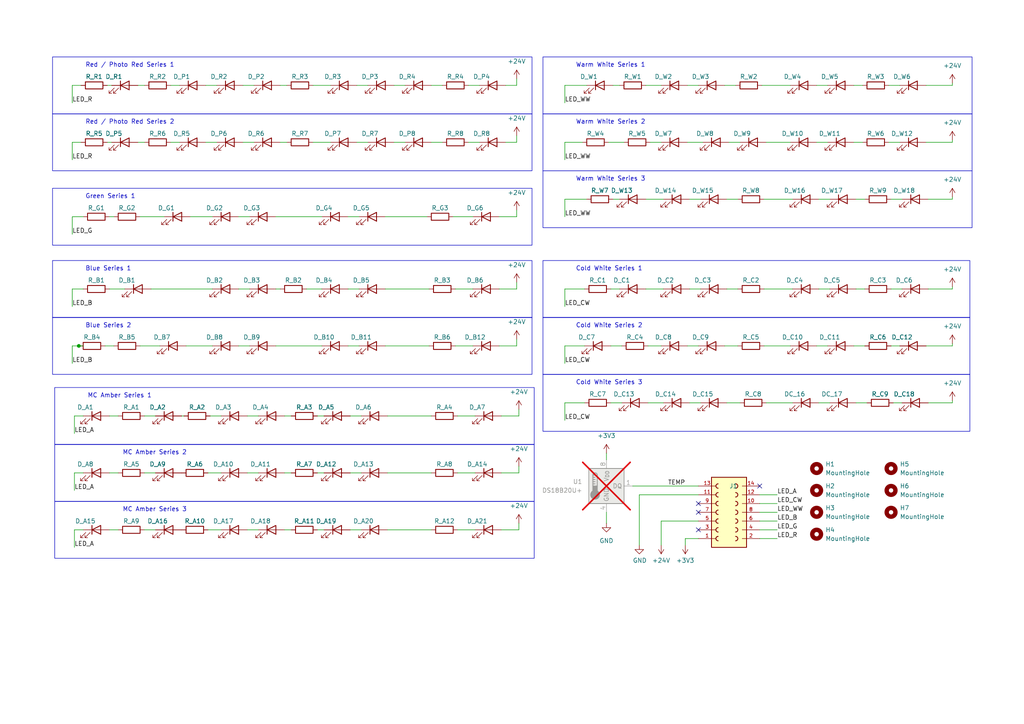
<source format=kicad_sch>
(kicad_sch (version 20230121) (generator eeschema)
  (paper "A4")
  (title_block (title "besteLampe! LED Moudule A") (date "2024-02-19") (rev "1.0") (comment 1 "See  https://lenaschimmel.de/besteLampe! for the source and more information") (comment 2 "This source describes Open Hardware and is licensed under the CERN-OHL-S v2.") (comment 3 "Copyright 2024 Lena Schimmel <mail@lenaschimmel.de>"))
  (junction (at 22.86 100.33))
  (no_connect (at 220.345 140.97))
  (no_connect (at 202.565 153.67))
  (no_connect (at 202.565 146.05))
  (no_connect (at 202.565 148.59))
  (wire (pts (xy 49.53 41.275) (xy 52.07 41.275)))
  (wire (pts (xy 247.65 41.275) (xy 250.19 41.275)))
  (wire (pts (xy 257.81 41.275) (xy 260.985 41.275)))
  (wire (pts (xy 179.705 24.765) (xy 177.8 24.765)))
  (wire (pts (xy 41.91 153.67) (xy 45.085 153.67)))
  (wire (pts (xy 150.495 153.67) (xy 145.415 153.67)))
  (wire (pts (xy 82.55 137.16) (xy 84.455 137.16)))
  (wire (pts (xy 40.64 62.865) (xy 47.625 62.865)))
  (wire (pts (xy 221.615 57.785) (xy 229.87 57.785)))
  (wire (pts (xy 257.81 24.765) (xy 260.985 24.765)))
  (wire (pts (xy 80.01 100.33) (xy 93.345 100.33)))
  (wire (pts (xy 175.895 131.445) (xy 175.895 133.35)))
  (wire (pts (xy 71.755 120.65) (xy 74.93 120.65)))
  (wire (pts (xy 137.16 100.33) (xy 132.08 100.33)))
  (wire (pts (xy 180.975 41.275) (xy 176.53 41.275)))
  (wire (pts (xy 268.605 41.275) (xy 276.225 41.275)))
  (wire (pts (xy 24.13 153.67) (xy 21.59 153.67)))
  (wire (pts (xy 137.795 153.67) (xy 132.715 153.67)))
  (wire (pts (xy 135.89 41.275) (xy 139.065 41.275)))
  (wire (pts (xy 34.29 120.65) (xy 31.75 120.65)))
  (wire (pts (xy 20.955 100.33) (xy 22.86 100.33)))
  (wire (pts (xy 258.445 57.785) (xy 261.62 57.785)))
  (wire (pts (xy 276.225 24.13) (xy 276.225 24.765)))
  (wire (pts (xy 276.225 99.695) (xy 276.225 100.33)))
  (wire (pts (xy 30.48 100.33) (xy 33.02 100.33)))
  (wire (pts (xy 269.24 83.82) (xy 276.225 83.82)))
  (wire (pts (xy 137.795 120.65) (xy 132.715 120.65)))
  (wire (pts (xy 112.395 137.16) (xy 125.095 137.16)))
  (wire (pts (xy 92.075 137.16) (xy 93.98 137.16)))
  (wire (pts (xy 149.86 22.86) (xy 149.86 24.765)))
  (wire (pts (xy 60.325 137.16) (xy 64.135 137.16)))
  (wire (pts (xy 20.955 83.82) (xy 24.13 83.82)))
  (wire (pts (xy 168.91 41.275) (xy 163.83 41.275)))
  (wire (pts (xy 81.28 24.765) (xy 83.185 24.765)))
  (wire (pts (xy 150.495 120.65) (xy 145.415 120.65)))
  (wire (pts (xy 211.455 41.275) (xy 214.63 41.275)))
  (wire (pts (xy 149.86 83.82) (xy 144.78 83.82)))
  (wire (pts (xy 69.215 62.865) (xy 72.39 62.865)))
  (wire (pts (xy 198.755 156.21) (xy 198.755 158.115)))
  (wire (pts (xy 200.025 83.82) (xy 203.2 83.82)))
  (wire (pts (xy 82.55 120.65) (xy 84.455 120.65)))
  (wire (pts (xy 163.83 24.765) (xy 163.83 29.845)))
  (wire (pts (xy 236.855 100.33) (xy 240.03 100.33)))
  (wire (pts (xy 92.075 153.67) (xy 93.98 153.67)))
  (wire (pts (xy 40.005 41.275) (xy 41.91 41.275)))
  (wire (pts (xy 221.615 83.82) (xy 229.87 83.82)))
  (wire (pts (xy 88.9 83.82) (xy 93.345 83.82)))
  (wire (pts (xy 237.49 83.82) (xy 240.665 83.82)))
  (wire (pts (xy 100.965 100.33) (xy 104.14 100.33)))
  (wire (pts (xy 248.285 116.84) (xy 251.46 116.84)))
  (wire (pts (xy 247.65 24.765) (xy 250.19 24.765)))
  (wire (pts (xy 114.3 24.765) (xy 117.475 24.765)))
  (wire (pts (xy 100.965 83.82) (xy 104.14 83.82)))
  (wire (pts (xy 200.025 116.84) (xy 203.2 116.84)))
  (wire (pts (xy 220.345 156.21) (xy 225.425 156.21)))
  (wire (pts (xy 32.385 41.275) (xy 31.115 41.275)))
  (wire (pts (xy 135.89 24.765) (xy 139.065 24.765)))
  (wire (pts (xy 114.3 41.275) (xy 117.475 41.275)))
  (wire (pts (xy 82.55 153.67) (xy 84.455 153.67)))
  (wire (pts (xy 111.76 62.865) (xy 123.825 62.865)))
  (wire (pts (xy 180.34 100.33) (xy 177.165 100.33)))
  (wire (pts (xy 177.8 57.785) (xy 179.705 57.785)))
  (wire (pts (xy 163.83 100.33) (xy 163.83 105.41)))
  (wire (pts (xy 101.6 120.65) (xy 104.775 120.65)))
  (wire (pts (xy 258.445 100.33) (xy 260.985 100.33)))
  (wire (pts (xy 149.86 60.96) (xy 149.86 62.865)))
  (wire (pts (xy 71.755 137.16) (xy 74.93 137.16)))
  (wire (pts (xy 183.515 140.97) (xy 202.565 140.97)))
  (wire (pts (xy 210.82 57.785) (xy 213.995 57.785)))
  (wire (pts (xy 237.49 57.785) (xy 240.665 57.785)))
  (wire (pts (xy 40.005 24.765) (xy 41.91 24.765)))
  (wire (pts (xy 90.805 41.275) (xy 95.885 41.275)))
  (wire (pts (xy 247.65 100.33) (xy 250.825 100.33)))
  (wire (pts (xy 150.495 151.765) (xy 150.495 153.67)))
  (wire (pts (xy 179.705 83.82) (xy 177.165 83.82)))
  (wire (pts (xy 70.485 24.765) (xy 73.66 24.765)))
  (wire (pts (xy 236.855 24.765) (xy 240.03 24.765)))
  (wire (pts (xy 24.13 62.865) (xy 20.955 62.865)))
  (wire (pts (xy 248.285 57.785) (xy 250.825 57.785)))
  (wire (pts (xy 268.605 24.765) (xy 276.225 24.765)))
  (wire (pts (xy 111.76 100.33) (xy 124.46 100.33)))
  (wire (pts (xy 60.325 153.67) (xy 64.135 153.67)))
  (wire (pts (xy 210.185 100.33) (xy 213.995 100.33)))
  (wire (pts (xy 202.565 151.13) (xy 191.77 151.13)))
  (wire (pts (xy 248.285 83.82) (xy 250.825 83.82)))
  (wire (pts (xy 187.96 100.33) (xy 191.77 100.33)))
  (wire (pts (xy 21.59 153.67) (xy 21.59 158.75)))
  (wire (pts (xy 163.83 57.785) (xy 170.18 57.785)))
  (wire (pts (xy 111.76 83.82) (xy 124.46 83.82)))
  (wire (pts (xy 101.6 137.16) (xy 104.775 137.16)))
  (wire (pts (xy 31.75 153.67) (xy 34.29 153.67)))
  (wire (pts (xy 90.805 24.765) (xy 95.885 24.765)))
  (wire (pts (xy 41.91 120.65) (xy 45.085 120.65)))
  (wire (pts (xy 199.39 41.275) (xy 203.835 41.275)))
  (wire (pts (xy 170.18 24.765) (xy 163.83 24.765)))
  (wire (pts (xy 55.245 62.865) (xy 61.595 62.865)))
  (wire (pts (xy 149.86 39.37) (xy 149.86 41.275)))
  (wire (pts (xy 169.545 116.84) (xy 163.83 116.84)))
  (wire (pts (xy 52.705 120.65) (xy 53.34 120.65)))
  (wire (pts (xy 269.24 116.84) (xy 276.225 116.84)))
  (wire (pts (xy 80.01 83.82) (xy 81.28 83.82)))
  (wire (pts (xy 220.345 151.13) (xy 225.425 151.13)))
  (wire (pts (xy 31.75 83.82) (xy 36.195 83.82)))
  (wire (pts (xy 210.185 24.765) (xy 213.36 24.765)))
  (wire (pts (xy 220.345 153.67) (xy 225.425 153.67)))
  (wire (pts (xy 185.42 158.115) (xy 185.42 143.51)))
  (wire (pts (xy 220.345 143.51) (xy 225.425 143.51)))
  (wire (pts (xy 31.75 137.16) (xy 34.29 137.16)))
  (wire (pts (xy 149.86 98.425) (xy 149.86 100.33)))
  (wire (pts (xy 144.78 62.865) (xy 149.86 62.865)))
  (wire (pts (xy 202.565 156.21) (xy 198.755 156.21)))
  (wire (pts (xy 20.955 62.865) (xy 20.955 67.945)))
  (wire (pts (xy 220.345 148.59) (xy 225.425 148.59)))
  (wire (pts (xy 103.505 24.765) (xy 106.68 24.765)))
  (wire (pts (xy 43.815 83.82) (xy 61.595 83.82)))
  (wire (pts (xy 69.215 100.33) (xy 72.39 100.33)))
  (wire (pts (xy 210.82 83.82) (xy 213.995 83.82)))
  (wire (pts (xy 259.08 116.84) (xy 261.62 116.84)))
  (wire (pts (xy 199.39 100.33) (xy 202.565 100.33)))
  (wire (pts (xy 222.25 41.275) (xy 229.235 41.275)))
  (wire (pts (xy 149.86 24.765) (xy 146.685 24.765)))
  (wire (pts (xy 276.225 40.64) (xy 276.225 41.275)))
  (wire (pts (xy 149.86 100.33) (xy 144.78 100.33)))
  (wire (pts (xy 187.96 116.84) (xy 192.405 116.84)))
  (wire (pts (xy 191.77 41.275) (xy 188.595 41.275)))
  (wire (pts (xy 137.16 83.82) (xy 132.08 83.82)))
  (wire (pts (xy 81.28 41.275) (xy 83.185 41.275)))
  (wire (pts (xy 237.49 116.84) (xy 240.665 116.84)))
  (wire (pts (xy 23.495 24.765) (xy 20.955 24.765)))
  (wire (pts (xy 268.605 100.33) (xy 276.225 100.33)))
  (wire (pts (xy 100.965 62.865) (xy 104.14 62.865)))
  (wire (pts (xy 33.02 62.865) (xy 31.75 62.865)))
  (wire (pts (xy 163.83 83.82) (xy 163.83 88.9)))
  (wire (pts (xy 169.545 83.82) (xy 163.83 83.82)))
  (wire (pts (xy 41.91 137.16) (xy 45.085 137.16)))
  (wire (pts (xy 220.98 24.765) (xy 229.235 24.765)))
  (wire (pts (xy 24.13 120.65) (xy 21.59 120.65)))
  (wire (pts (xy 187.325 24.765) (xy 191.77 24.765)))
  (wire (pts (xy 92.075 120.65) (xy 93.98 120.65)))
  (wire (pts (xy 71.755 153.67) (xy 74.93 153.67)))
  (wire (pts (xy 236.855 41.275) (xy 240.03 41.275)))
  (wire (pts (xy 21.59 120.65) (xy 21.59 125.73)))
  (wire (pts (xy 24.13 137.16) (xy 21.59 137.16)))
  (wire (pts (xy 163.83 57.785) (xy 163.83 62.865)))
  (wire (pts (xy 191.77 151.13) (xy 191.77 158.115)))
  (wire (pts (xy 21.59 137.16) (xy 21.59 142.24)))
  (wire (pts (xy 20.955 100.33) (xy 20.955 105.41)))
  (wire (pts (xy 80.01 62.865) (xy 93.345 62.865)))
  (wire (pts (xy 276.225 83.185) (xy 276.225 83.82)))
  (wire (pts (xy 131.445 62.865) (xy 137.16 62.865)))
  (wire (pts (xy 150.495 137.16) (xy 145.415 137.16)))
  (wire (pts (xy 112.395 120.65) (xy 125.095 120.65)))
  (wire (pts (xy 175.895 148.59) (xy 175.895 151.765)))
  (wire (pts (xy 20.955 24.765) (xy 20.955 29.845)))
  (wire (pts (xy 269.24 57.785) (xy 276.225 57.785)))
  (wire (pts (xy 49.53 24.765) (xy 52.07 24.765)))
  (wire (pts (xy 60.96 120.65) (xy 64.135 120.65)))
  (wire (pts (xy 112.395 153.67) (xy 125.095 153.67)))
  (wire (pts (xy 220.345 146.05) (xy 225.425 146.05)))
  (wire (pts (xy 125.095 41.275) (xy 128.27 41.275)))
  (wire (pts (xy 276.225 57.15) (xy 276.225 57.785)))
  (wire (pts (xy 187.325 57.785) (xy 192.405 57.785)))
  (wire (pts (xy 31.115 24.765) (xy 32.385 24.765)))
  (wire (pts (xy 276.225 116.205) (xy 276.225 116.84)))
  (wire (pts (xy 20.955 41.275) (xy 20.955 46.355)))
  (wire (pts (xy 59.69 41.275) (xy 62.865 41.275)))
  (wire (pts (xy 150.495 135.255) (xy 150.495 137.16)))
  (wire (pts (xy 163.83 41.275) (xy 163.83 46.355)))
  (wire (pts (xy 149.86 41.275) (xy 146.685 41.275)))
  (wire (pts (xy 258.445 83.82) (xy 261.62 83.82)))
  (wire (pts (xy 20.955 83.82) (xy 20.955 88.9)))
  (wire (pts (xy 199.39 24.765) (xy 202.565 24.765)))
  (wire (pts (xy 70.485 41.275) (xy 73.66 41.275)))
  (wire (pts (xy 180.34 116.84) (xy 177.165 116.84)))
  (wire (pts (xy 222.25 116.84) (xy 229.87 116.84)))
  (wire (pts (xy 221.615 100.33) (xy 229.235 100.33)))
  (wire (pts (xy 40.64 100.33) (xy 46.355 100.33)))
  (wire (pts (xy 103.505 41.275) (xy 106.68 41.275)))
  (wire (pts (xy 150.495 118.745) (xy 150.495 120.65)))
  (wire (pts (xy 149.86 81.915) (xy 149.86 83.82)))
  (wire (pts (xy 59.69 24.765) (xy 62.865 24.765)))
  (wire (pts (xy 202.565 143.51) (xy 185.42 143.51)))
  (wire (pts (xy 210.82 116.84) (xy 214.63 116.84)))
  (wire (pts (xy 163.83 116.84) (xy 163.83 121.92)))
  (wire (pts (xy 137.795 137.16) (xy 132.715 137.16)))
  (wire (pts (xy 23.495 41.275) (xy 20.955 41.275)))
  (wire (pts (xy 169.545 100.33) (xy 163.83 100.33)))
  (wire (pts (xy 200.025 57.785) (xy 203.2 57.785)))
  (wire (pts (xy 187.325 83.82) (xy 192.405 83.82)))
  (wire (pts (xy 125.095 24.765) (xy 128.27 24.765)))
  (wire (pts (xy 69.215 83.82) (xy 72.39 83.82)))
  (wire (pts (xy 22.86 100.33) (xy 24.13 100.33)))
  (wire (pts (xy 53.975 100.33) (xy 61.595 100.33)))
  (wire (pts (xy 101.6 153.67) (xy 104.775 153.67)))
  (rectangle (start 15.24 33.02) (end 154.305 49.53))
  (rectangle (start 157.48 16.51) (end 281.94 33.02))
  (rectangle (start 157.48 92.075) (end 281.305 108.585))
  (rectangle (start 157.48 33.02) (end 281.94 49.53))
  (rectangle (start 15.24 16.51) (end 154.305 33.02))
  (rectangle (start 15.24 54.61) (end 154.305 71.12))
  (rectangle (start 15.24 92.075) (end 154.305 108.585))
  (rectangle (start 157.48 75.565) (end 281.305 92.075))
  (rectangle (start 157.48 49.53) (end 281.94 66.04))
  (rectangle (start 15.875 128.905) (end 154.94 145.415))
  (rectangle (start 15.875 112.395) (end 154.94 128.905))
  (rectangle (start 15.24 75.565) (end 154.305 92.075))
  (rectangle (start 157.48 108.585) (end 281.305 125.095))
  (rectangle (start 15.875 145.415) (end 154.94 161.925))
  (text "Warm White Series 2" (at 167.005 36.195 0) (effects (font (size 1.27 1.27)) (justify left bottom)))
  (text "MC Amber Series 3" (at 35.56 148.59 0) (effects (font (size 1.27 1.27)) (justify left bottom)))
  (text "Cold White Series 2" (at 167.005 95.25 0) (effects (font (size 1.27 1.27)) (justify left bottom)))
  (text "Warm White Series 3" (at 167.005 52.705 0) (effects (font (size 1.27 1.27)) (justify left bottom)))
  (text "Warm White Series 1" (at 167.005 19.685 0) (effects (font (size 1.27 1.27)) (justify left bottom)))
  (text "Red / Photo Red Series 1" (at 24.765 19.685 0) (effects (font (size 1.27 1.27)) (justify left bottom)))
  (text "Cold White Series 1" (at 167.005 78.74 0) (effects (font (size 1.27 1.27)) (justify left bottom)))
  (text "Blue Series 1" (at 24.765 78.74 0) (effects (font (size 1.27 1.27)) (justify left bottom)))
  (text "MC Amber Series 1" (at 25.4 115.57 0) (effects (font (size 1.27 1.27)) (justify left bottom)))
  (text "Red / Photo Red Series 2" (at 24.765 36.195 0) (effects (font (size 1.27 1.27)) (justify left bottom)))
  (text "Blue Series 2" (at 24.765 95.25 0) (effects (font (size 1.27 1.27)) (justify left bottom)))
  (text "MC Amber Series 2" (at 35.56 132.08 0) (effects (font (size 1.27 1.27)) (justify left bottom)))
  (text "Green Series 1" (at 24.765 57.785 0) (effects (font (size 1.27 1.27)) (justify left bottom)))
  (text "Cold White Series 3" (at 167.005 111.76 0) (effects (font (size 1.27 1.27)) (justify left bottom)))
  (label "LED_A" (at 21.59 142.24 0))
  (label "LED_CW" (at 163.83 121.92 0))
  (label "LED_CW" (at 163.83 105.41 0))
  (label "LED_B" (at 20.955 88.9 0))
  (label "LED_WW" (at 163.83 46.355 0))
  (label "LED_B" (at 20.955 105.41 0))
  (label "TEMP" (at 198.755 140.97 180))
  (label "LED_G" (at 225.425 153.67 0))
  (label "LED_R" (at 20.955 29.845 0))
  (label "LED_B" (at 225.425 151.13 0))
  (label "LED_A" (at 21.59 158.75 0))
  (label "LED_WW" (at 163.83 62.865 0))
  (label "LED_R" (at 20.955 46.355 0))
  (label "LED_WW" (at 163.83 29.845 0))
  (label "LED_WW" (at 225.425 148.59 0))
  (label "LED_A" (at 21.59 125.73 0))
  (label "LED_CW" (at 163.83 88.9 0))
  (label "LED_G" (at 20.955 67.945 0))
  (label "LED_CW" (at 225.425 146.05 0))
  (label "LED_R" (at 225.425 156.21 0))
  (label "LED_A" (at 225.425 143.51 0))
  (symbol (lib_id "LED:LED_CREE_JSE28L3E5_Group_1") (at 265.43 83.82 0) (unit 1)
    (property "Reference" "D_C6" (at 262.255 81.28 0))
    (property "Value" "Cold White" (effects hide))
    (property "Footprint" "LED_SMD:LED_2835_CREE_JSE28L3E5" (effects hide))
    (property "Datasheet" "https://www.mouser.de/datasheet/2/723/JSeries_2835_Color-3359504.pdf" (effects hide))
    (property "Mouser Part" "941-JE2835BWTNU57EAN " (effects hide))
    (property "Manufacturer" "Cree LED" (effects hide))
    (property "Note" "Big Cathode" (effects hide))
    (property "Part Number" "JE2835BWT-N-U57EA0000-N0000001" (effects hide))
  )
  (symbol (lib_id "LED:LED_CREE_JSE28L3E5_Group_1") (at 107.95 100.33 0) (unit 1)
    (property "Reference" "D_B11" (at 104.775 97.79 0))
    (property "Value" "Royal Blue" (effects hide))
    (property "Footprint" "LED_SMD:LED_2835_CREE_JSE28L3E5" (effects hide))
    (property "Datasheet" "https://www.mouser.de/datasheet/2/723/JSeries_2835_Color-3359504.pdf" (effects hide))
    (property "Mouser Part" "941-JE2835ARYN02AN " (effects hide))
    (property "Manufacturer" "Cree LED" (effects hide))
    (property "Note" "Big Cathode" (effects hide))
    (property "Part Number" "JE2835ARY-N-0002A0000-N0000001 " (effects hide))
  )
  (symbol (lib_id "LED:LED_CREE_JSE28L3E5_Group_1") (at 140.97 100.33 0) (unit 1)
    (property "Reference" "D_B12" (at 137.795 97.79 0))
    (property "Value" "Royal Blue" (effects hide))
    (property "Footprint" "LED_SMD:LED_2835_CREE_JSE28L3E5" (effects hide))
    (property "Datasheet" "https://www.mouser.de/datasheet/2/723/JSeries_2835_Color-3359504.pdf" (effects hide))
    (property "Mouser Part" "941-JE2835ARYN02AN " (effects hide))
    (property "Manufacturer" "Cree LED" (effects hide))
    (property "Note" "Big Cathode" (effects hide))
    (property "Part Number" "JE2835ARY-N-0002A0000-N0000001 " (effects hide))
  )
  (symbol (lib_id "LED:LED_CREE_JSE28L3E5_Group_2") (at 108.585 137.16 0) (unit 1)
    (property "Reference" "D_A13" (at 105.41 134.62 0))
    (property "Value" "Amber" (effects hide))
    (property "Footprint" "LED_SMD:LED_2835_CREE_JSE28L3E5_Big_Anode" (effects hide))
    (property "Datasheet" "https://www.mouser.de/datasheet/2/723/JSeries_2835_Color-3359504.pdf" (effects hide))
    (property "Mouser Part" "941-JE2835AAMN01AN" (effects hide))
    (property "Manufacturer" "Cree LED" (effects hide))
    (property "Note" "Big Anode" (effects hide))
    (property "Part Number" "JE2835AAM-N-0001A0000-N0000001 " (effects hide))
  )
  (symbol (lib_id "Device:R") (at 173.355 83.82 90) (unit 1)
    (property "Reference" "R_C1" (at 173.355 81.28 90))
    (property "Value" "18 Ohm, 0.5W, 1%, 1210 package" (effects hide))
    (property "Footprint" "Resistor_SMD:R_1210_3225Metric" (effects hide))
  )
  (symbol (lib_id "LED:LED_CREE_JSE28L3E5_Group_1") (at 243.84 100.33 0) (unit 1)
    (property "Reference" "D_C11" (at 240.665 97.79 0))
    (property "Value" "Cold White" (effects hide))
    (property "Footprint" "LED_SMD:LED_2835_CREE_JSE28L3E5" (effects hide))
    (property "Datasheet" "https://www.mouser.de/datasheet/2/723/JSeries_2835_Color-3359504.pdf" (effects hide))
    (property "Mouser Part" "941-JE2835BWTNU57EAN " (effects hide))
    (property "Manufacturer" "Cree LED" (effects hide))
    (property "Note" "Big Cathode" (effects hide))
    (property "Part Number" "JE2835BWT-N-U57EA0000-N0000001" (effects hide))
  )
  (symbol (lib_id "LED:LED_CREE_JSE28L3E5_Group_2") (at 78.74 153.67 0) (unit 1)
    (property "Reference" "D_A18" (at 75.565 151.13 0))
    (property "Value" "Amber" (effects hide))
    (property "Footprint" "LED_SMD:LED_2835_CREE_JSE28L3E5_Big_Anode" (effects hide))
    (property "Datasheet" "https://www.mouser.de/datasheet/2/723/JSeries_2835_Color-3359504.pdf" (effects hide))
    (property "Mouser Part" "941-JE2835AAMN01AN" (effects hide))
    (property "Manufacturer" "Cree LED" (effects hide))
    (property "Note" "Big Anode" (effects hide))
    (property "Part Number" "JE2835AAM-N-0001A0000-N0000001 " (effects hide))
  )
  (symbol (lib_id "LED:LED_CREE_JSE28L3E5_Group_1") (at 76.2 83.82 0) (unit 1)
    (property "Reference" "D_B3" (at 73.025 81.28 0))
    (property "Value" "Royal Blue" (effects hide))
    (property "Footprint" "LED_SMD:LED_2835_CREE_JSE28L3E5" (effects hide))
    (property "Datasheet" "https://www.mouser.de/datasheet/2/723/JSeries_2835_Color-3359504.pdf" (effects hide))
    (property "Mouser Part" "941-JE2835ARYN02AN " (effects hide))
    (property "Manufacturer" "Cree LED" (effects hide))
    (property "Note" "Big Cathode" (effects hide))
    (property "Part Number" "JE2835ARY-N-0002A0000-N0000001 " (effects hide))
  )
  (symbol (lib_id "power:+24V") (at 276.225 24.13 0) (unit 1)
    (property "Reference" "#PWR09" (effects hide))
    (property "Value" "+24V" (at 276.225 19.05 0))
  )
  (symbol (lib_id "LED:LED_CREE_JSE28L3E5_Group_1") (at 233.68 83.82 0) (unit 1)
    (property "Reference" "D_C4" (at 230.505 81.28 0))
    (property "Value" "Cold White" (effects hide))
    (property "Footprint" "LED_SMD:LED_2835_CREE_JSE28L3E5" (effects hide))
    (property "Datasheet" "https://www.mouser.de/datasheet/2/723/JSeries_2835_Color-3359504.pdf" (effects hide))
    (property "Mouser Part" "941-JE2835BWTNU57EAN " (effects hide))
    (property "Manufacturer" "Cree LED" (effects hide))
    (property "Note" "Big Cathode" (effects hide))
    (property "Part Number" "JE2835BWT-N-U57EA0000-N0000001" (effects hide))
  )
  (symbol (lib_id "power:+3V3") (at 198.755 158.115 180) (unit 1)
    (property "Reference" "#PWR018" (effects hide))
    (property "Value" "+3V3" (at 198.755 162.56 0))
  )
  (symbol (lib_id "power:+24V") (at 150.495 118.745 0) (unit 1)
    (property "Reference" "#PWR03" (effects hide))
    (property "Value" "+24V" (at 150.495 113.665 0))
  )
  (symbol (lib_id "Device:R") (at 217.805 57.785 90) (unit 1)
    (property "Reference" "R_W8" (at 217.805 55.245 90))
    (property "Value" "18 Ohm, 0.5W, 1%, 1210 package" (effects hide))
    (property "Footprint" "Resistor_SMD:R_1210_3225Metric" (effects hide))
  )
  (symbol (lib_id "LED:LED_CREE_JSE28L3E5_Group_1") (at 196.215 83.82 0) (unit 1)
    (property "Reference" "D_C2" (at 193.04 81.28 0))
    (property "Value" "Cold White" (effects hide))
    (property "Footprint" "LED_SMD:LED_2835_CREE_JSE28L3E5" (effects hide))
    (property "Datasheet" "https://www.mouser.de/datasheet/2/723/JSeries_2835_Color-3359504.pdf" (effects hide))
    (property "Mouser Part" "941-JE2835BWTNU57EAN " (effects hide))
    (property "Manufacturer" "Cree LED" (effects hide))
    (property "Note" "Big Cathode" (effects hide))
    (property "Part Number" "JE2835BWT-N-U57EA0000-N0000001" (effects hide))
  )
  (symbol (lib_id "LED:LED_CREE_JSE28L3E5_Group_2") (at 55.88 24.765 0) (unit 1)
    (property "Reference" "D_P1" (at 52.705 22.225 0))
    (property "Value" "Photo Red" (effects hide))
    (property "Footprint" "LED_SMD:LED_2835_CREE_JSE28L3E5_Big_Anode" (effects hide))
    (property "Datasheet" "https://www.mouser.de/datasheet/2/723/JSeries_2835_Color-3359504.pdf" (effects hide))
    (property "Mouser Part" "941-JE2835AHRN01AN " (effects hide))
    (property "Manufacturer" "Cree LED" (effects hide))
    (property "Note" "Big Anode" (effects hide))
    (property "Part Number" "JE2835AHR-N-0001A0000-N0000001 " (effects hide))
  )
  (symbol (lib_id "LED:LED_CREE_JSE28L3E5_Group_2") (at 48.895 153.67 0) (unit 1)
    (property "Reference" "D_A16" (at 45.72 151.13 0))
    (property "Value" "Amber" (effects hide))
    (property "Footprint" "LED_SMD:LED_2835_CREE_JSE28L3E5_Big_Anode" (effects hide))
    (property "Datasheet" "https://www.mouser.de/datasheet/2/723/JSeries_2835_Color-3359504.pdf" (effects hide))
    (property "Mouser Part" "941-JE2835AAMN01AN" (effects hide))
    (property "Manufacturer" "Cree LED" (effects hide))
    (property "Note" "Big Anode" (effects hide))
    (property "Part Number" "JE2835AAM-N-0001A0000-N0000001 " (effects hide))
  )
  (symbol (lib_id "LED:LED_CREE_JSE28L3E5_Group_2") (at 67.945 153.67 0) (unit 1)
    (property "Reference" "D_A17" (at 64.77 151.13 0))
    (property "Value" "Amber" (effects hide))
    (property "Footprint" "LED_SMD:LED_2835_CREE_JSE28L3E5_Big_Anode" (effects hide))
    (property "Datasheet" "https://www.mouser.de/datasheet/2/723/JSeries_2835_Color-3359504.pdf" (effects hide))
    (property "Mouser Part" "941-JE2835AAMN01AN" (effects hide))
    (property "Manufacturer" "Cree LED" (effects hide))
    (property "Note" "Big Anode" (effects hide))
    (property "Part Number" "JE2835AAM-N-0001A0000-N0000001 " (effects hide))
  )
  (symbol (lib_id "LED:LED_CREE_JSE28L3E5_Group_2") (at 99.695 41.275 0) (unit 1)
    (property "Reference" "D_P7" (at 96.52 38.735 0))
    (property "Value" "Photo Red" (effects hide))
    (property "Footprint" "LED_SMD:LED_2835_CREE_JSE28L3E5_Big_Anode" (effects hide))
    (property "Datasheet" "https://www.mouser.de/datasheet/2/723/JSeries_2835_Color-3359504.pdf" (effects hide))
    (property "Mouser Part" "941-JE2835AHRN01AN " (effects hide))
    (property "Manufacturer" "Cree LED" (effects hide))
    (property "Note" "Big Anode" (effects hide))
    (property "Part Number" "JE2835AHR-N-0001A0000-N0000001 " (effects hide))
  )
  (symbol (lib_id "Device:R") (at 88.265 153.67 90) (unit 1)
    (property "Reference" "R_A11" (at 88.265 151.13 90))
    (property "Value" "18 Ohm, 0.5W, 1%, 1210 package" (effects hide))
    (property "Footprint" "Resistor_SMD:R_1210_3225Metric" (effects hide))
  )
  (symbol (lib_id "LED:LED_CREE_JSE28L3E5_Group_2") (at 77.47 41.275 0) (unit 1)
    (property "Reference" "D_R6" (at 74.295 38.735 0))
    (property "Value" "Red" (effects hide))
    (property "Footprint" "LED_SMD:LED_2835_CREE_JSE28L3E5_Big_Anode" (effects hide))
    (property "Datasheet" "https://www.mouser.de/datasheet/2/723/JSeries_2835_Color-3359504.pdf" (effects hide))
    (property "Mouser Part" "941-JE2835ARDN01AN " (effects hide))
    (property "Manufacturer" "Cree LED" (effects hide))
    (property "Note" "Big Anode" (effects hide))
    (property "Part Number" "JE2835ARD-N-0001A0000-N0000001 " (effects hide))
  )
  (symbol (lib_id "LED:LED_CREE_JSE28L3E5_Group_1") (at 233.68 116.84 0) (unit 1)
    (property "Reference" "DC_16" (at 230.505 114.3 0))
    (property "Value" "Cold White" (effects hide))
    (property "Footprint" "LED_SMD:LED_2835_CREE_JSE28L3E5" (effects hide))
    (property "Datasheet" "https://www.mouser.de/datasheet/2/723/JSeries_2835_Color-3359504.pdf" (effects hide))
    (property "Mouser Part" "941-JE2835BWTNU57EAN " (effects hide))
    (property "Manufacturer" "Cree LED" (effects hide))
    (property "Note" "Big Cathode" (effects hide))
    (property "Part Number" "JE2835BWT-N-U57EA0000-N0000001" (effects hide))
  )
  (symbol (lib_id "power:+24V") (at 191.77 158.115 180) (unit 1)
    (property "Reference" "#PWR016" (effects hide))
    (property "Value" "+24V" (at 191.77 162.56 0))
  )
  (symbol (lib_id "LED:LED_CREE_JSE28L3E5_Group_2") (at 97.79 120.65 0) (unit 1)
    (property "Reference" "D_A5" (at 94.615 118.11 0))
    (property "Value" "Amber" (effects hide))
    (property "Footprint" "LED_SMD:LED_2835_CREE_JSE28L3E5_Big_Anode" (effects hide))
    (property "Datasheet" "https://www.mouser.de/datasheet/2/723/JSeries_2835_Color-3359504.pdf" (effects hide))
    (property "Mouser Part" "941-JE2835AAMN01AN" (effects hide))
    (property "Manufacturer" "Cree LED" (effects hide))
    (property "Note" "Big Anode" (effects hide))
    (property "Part Number" "JE2835AAM-N-0001A0000-N0000001 " (effects hide))
  )
  (symbol (lib_id "LED:LED_CREE_JSE28L3E5_Group_2") (at 121.285 41.275 0) (unit 1)
    (property "Reference" "D_P8" (at 118.11 38.735 0))
    (property "Value" "Photo Red" (effects hide))
    (property "Footprint" "LED_SMD:LED_2835_CREE_JSE28L3E5_Big_Anode" (effects hide))
    (property "Datasheet" "https://www.mouser.de/datasheet/2/723/JSeries_2835_Color-3359504.pdf" (effects hide))
    (property "Mouser Part" "941-JE2835AHRN01AN " (effects hide))
    (property "Manufacturer" "Cree LED" (effects hide))
    (property "Note" "Big Anode" (effects hide))
    (property "Part Number" "JE2835AHR-N-0001A0000-N0000001 " (effects hide))
  )
  (symbol (lib_id "power:+24V") (at 276.225 83.185 0) (unit 1)
    (property "Reference" "#PWR012" (effects hide))
    (property "Value" "+24V" (at 276.225 78.105 0))
  )
  (symbol (lib_id "Device:R") (at 217.17 24.765 90) (unit 1)
    (property "Reference" "R_W2" (at 217.17 22.225 90))
    (property "Value" "18 Ohm, 0.5W, 1%, 1210 package" (effects hide))
    (property "Footprint" "Resistor_SMD:R_1210_3225Metric" (effects hide))
  )
  (symbol (lib_id "LED:LED_CREE_JSE28L3E5_Group_2") (at 36.195 41.275 0) (unit 1)
    (property "Reference" "D_P5" (at 33.02 38.735 0))
    (property "Value" "Photo Red" (effects hide))
    (property "Footprint" "LED_SMD:LED_2835_CREE_JSE28L3E5_Big_Anode" (effects hide))
    (property "Datasheet" "https://www.mouser.de/datasheet/2/723/JSeries_2835_Color-3359504.pdf" (effects hide))
    (property "Mouser Part" "941-JE2835AHRN01AN " (effects hide))
    (property "Manufacturer" "Cree LED" (effects hide))
    (property "Note" "Big Anode" (effects hide))
    (property "Part Number" "JE2835AHR-N-0001A0000-N0000001 " (effects hide))
  )
  (symbol (lib_id "LED:LED_CREE_JSE28L3E5_Group_1") (at 196.215 116.84 0) (unit 1)
    (property "Reference" "D_C14" (at 193.04 114.3 0))
    (property "Value" "Cold White" (effects hide))
    (property "Footprint" "LED_SMD:LED_2835_CREE_JSE28L3E5" (effects hide))
    (property "Datasheet" "https://www.mouser.de/datasheet/2/723/JSeries_2835_Color-3359504.pdf" (effects hide))
    (property "Mouser Part" "941-JE2835BWTNU57EAN " (effects hide))
    (property "Manufacturer" "Cree LED" (effects hide))
    (property "Note" "Big Cathode" (effects hide))
    (property "Part Number" "JE2835BWT-N-U57EA0000-N0000001" (effects hide))
  )
  (symbol (lib_id "Mechanical:MountingHole") (at 236.855 154.94 0) (unit 1) (in_bom no)
    (property "Reference" "H4" (at 239.395 153.67 0) (effects (justify left)))
    (property "Value" "MountingHole" (at 239.395 156.21 0) (effects (justify left)))
    (property "Footprint" "MountingHole:MountingHole_3.2mm_M3" (effects hide))
    (property "Note" "DNP" (effects hide))
    (property "Part Number" "DNP" (effects hide))
  )
  (symbol (lib_id "Mechanical:MountingHole") (at 258.445 135.89 0) (unit 1) (in_bom no)
    (property "Reference" "H5" (at 260.985 134.62 0) (effects (justify left)))
    (property "Value" "MountingHole" (at 260.985 137.16 0) (effects (justify left)))
    (property "Footprint" "MountingHole:MountingHole_3.2mm_M3" (effects hide))
    (property "Note" "DNP" (effects hide))
    (property "Part Number" "DNP" (effects hide))
  )
  (symbol (lib_id "power:+24V") (at 149.86 81.915 0) (unit 1)
    (property "Reference" "#PWR07" (effects hide))
    (property "Value" "+24V" (at 149.86 76.835 0))
  )
  (symbol (lib_id "Device:R") (at 127.635 62.865 90) (unit 1)
    (property "Reference" "R_G3" (at 127.635 60.325 90))
    (property "Value" "18 Ohm, 0.5W, 1%, 1210 package" (effects hide))
    (property "Footprint" "Resistor_SMD:R_1210_3225Metric" (effects hide))
  )
  (symbol (lib_id "Device:R") (at 27.94 83.82 90) (unit 1)
    (property "Reference" "R_B1" (at 27.94 81.28 90))
    (property "Value" "15 Ohm, 0.5W, 1%, 1210 package" (effects hide))
    (property "Footprint" "Resistor_SMD:R_1210_3225Metric" (effects hide))
  )
  (symbol (lib_id "Device:R") (at 254.635 57.785 90) (unit 1)
    (property "Reference" "R_W9" (at 254.635 55.245 90))
    (property "Value" "18 Ohm, 0.5W, 1%, 1210 package" (effects hide))
    (property "Footprint" "Resistor_SMD:R_1210_3225Metric" (effects hide))
  )
  (symbol (lib_id "Device:R") (at 45.72 41.275 90) (unit 1)
    (property "Reference" "R_R6" (at 45.72 38.735 90))
    (property "Value" "15 Ohm, 0.5W, 1%, 1210 package" (effects hide))
    (property "Footprint" "Resistor_SMD:R_1210_3225Metric" (effects hide))
  )
  (symbol (lib_id "LED:LED_CREE_JSE28L3E5_Group_2") (at 48.895 120.65 0) (unit 1)
    (property "Reference" "D_A2" (at 45.72 118.11 0))
    (property "Value" "Amber" (effects hide))
    (property "Footprint" "LED_SMD:LED_2835_CREE_JSE28L3E5_Big_Anode" (effects hide))
    (property "Datasheet" "https://www.mouser.de/datasheet/2/723/JSeries_2835_Color-3359504.pdf" (effects hide))
    (property "Mouser Part" "941-JE2835AAMN01AN" (effects hide))
    (property "Manufacturer" "Cree LED" (effects hide))
    (property "Note" "Big Anode" (effects hide))
    (property "Part Number" "JE2835AAM-N-0001A0000-N0000001 " (effects hide))
  )
  (symbol (lib_id "Device:R") (at 38.1 137.16 90) (unit 1)
    (property "Reference" "R_A5" (at 38.1 134.62 90))
    (property "Value" "2.2 Ohm, 0.33W, 5%, 1210 package" (effects hide))
    (property "Footprint" "Resistor_SMD:R_1210_3225Metric" (effects hide))
  )
  (symbol (lib_id "power:GND") (at 185.42 158.115 0) (unit 1)
    (property "Reference" "#PWR015" (effects hide))
    (property "Value" "GND" (at 183.515 162.56 0) (effects (justify left)))
  )
  (symbol (lib_id "Device:R") (at 254 24.765 90) (unit 1)
    (property "Reference" "R_W3" (at 254 22.225 90))
    (property "Value" "18 Ohm, 0.5W, 1%, 1210 package" (effects hide))
    (property "Footprint" "Resistor_SMD:R_1210_3225Metric" (effects hide))
  )
  (symbol (lib_id "power:+24V") (at 276.225 116.205 0) (unit 1)
    (property "Reference" "#PWR014" (effects hide))
    (property "Value" "+24V" (at 276.225 111.125 0))
  )
  (symbol (lib_id "LED:LED_CREE_JSE28L3E5_Group_1") (at 207.01 83.82 0) (unit 1)
    (property "Reference" "D_C3" (at 203.835 81.28 0))
    (property "Value" "Cold White" (effects hide))
    (property "Footprint" "LED_SMD:LED_2835_CREE_JSE28L3E5" (effects hide))
    (property "Datasheet" "https://www.mouser.de/datasheet/2/723/JSeries_2835_Color-3359504.pdf" (effects hide))
    (property "Mouser Part" "941-JE2835BWTNU57EAN " (effects hide))
    (property "Manufacturer" "Cree LED" (effects hide))
    (property "Note" "Big Cathode" (effects hide))
    (property "Part Number" "JE2835BWT-N-U57EA0000-N0000001" (effects hide))
  )
  (symbol (lib_id "Mechanical:MountingHole") (at 258.445 142.24 0) (unit 1) (in_bom no)
    (property "Reference" "H6" (at 260.985 140.97 0) (effects (justify left)))
    (property "Value" "MountingHole" (at 260.985 143.51 0) (effects (justify left)))
    (property "Footprint" "MountingHole:MountingHole_3.2mm_M3" (effects hide))
    (property "Note" "DNP" (effects hide))
    (property "Part Number" "DNP" (effects hide))
  )
  (symbol (lib_id "LED:LED_CREE_JSE28L3E5_Group_2") (at 97.79 153.67 0) (unit 1)
    (property "Reference" "D_A19" (at 94.615 151.13 0))
    (property "Value" "Amber" (effects hide))
    (property "Footprint" "LED_SMD:LED_2835_CREE_JSE28L3E5_Big_Anode" (effects hide))
    (property "Datasheet" "https://www.mouser.de/datasheet/2/723/JSeries_2835_Color-3359504.pdf" (effects hide))
    (property "Mouser Part" "941-JE2835AAMN01AN" (effects hide))
    (property "Manufacturer" "Cree LED" (effects hide))
    (property "Note" "Big Anode" (effects hide))
    (property "Part Number" "JE2835AAM-N-0001A0000-N0000001 " (effects hide))
  )
  (symbol (lib_id "power:+3V3") (at 175.895 131.445 0) (unit 1)
    (property "Reference" "#PWR021" (effects hide))
    (property "Value" "+3V3" (at 175.895 126.365 0))
  )
  (symbol (lib_id "LED:LED_CREE_JSE28L3E5_Group_2") (at 27.94 137.16 0) (unit 1)
    (property "Reference" "D_A8" (at 24.765 134.62 0))
    (property "Value" "Amber" (effects hide))
    (property "Footprint" "LED_SMD:LED_2835_CREE_JSE28L3E5_Big_Anode" (effects hide))
    (property "Datasheet" "https://www.mouser.de/datasheet/2/723/JSeries_2835_Color-3359504.pdf" (effects hide))
    (property "Mouser Part" "941-JE2835AAMN01AN" (effects hide))
    (property "Manufacturer" "Cree LED" (effects hide))
    (property "Note" "Big Anode" (effects hide))
    (property "Part Number" "JE2835AAM-N-0001A0000-N0000001 " (effects hide))
  )
  (symbol (lib_id "Device:R") (at 85.09 83.82 90) (unit 1)
    (property "Reference" "R_B2" (at 85.09 81.28 90))
    (property "Value" "15 Ohm, 0.5W, 1%, 1210 package" (effects hide))
    (property "Footprint" "Resistor_SMD:R_1210_3225Metric" (effects hide))
  )
  (symbol (lib_id "LED:LED_CREE_JSE28L3E5_Group_1") (at 51.435 62.865 0) (unit 1)
    (property "Reference" "D_G1" (at 48.26 60.325 0))
    (property "Value" "Green" (effects hide))
    (property "Footprint" "LED_SMD:LED_2835_CREE_JSE28L3E5" (effects hide))
    (property "Datasheet" "https://www.mouser.de/datasheet/2/723/JSeries_2835_Color-3359504.pdf" (effects hide))
    (property "Mouser Part" "941-JE2835AGRN02AN" (effects hide))
    (property "Manufacturer" "Cree LED" (effects hide))
    (property "Note" "Big Cathode" (effects hide))
    (property "Part Number" "JE2835AGR-N-0002A0000-N0000001 " (effects hide))
  )
  (symbol (lib_id "Device:R") (at 88.265 120.65 90) (unit 1)
    (property "Reference" "R_A3" (at 88.265 118.11 90))
    (property "Value" "18 Ohm, 0.5W, 1%, 1210 package" (effects hide))
    (property "Footprint" "Resistor_SMD:R_1210_3225Metric" (effects hide))
  )
  (symbol (lib_id "Device:R") (at 88.265 137.16 90) (unit 1)
    (property "Reference" "R_A7" (at 88.265 134.62 90))
    (property "Value" "18 Ohm, 0.5W, 1%, 1210 package" (effects hide))
    (property "Footprint" "Resistor_SMD:R_1210_3225Metric" (effects hide))
  )
  (symbol (lib_id "LED:LED_CREE_JSE28L3E5_Group_1") (at 233.045 100.33 0) (unit 1)
    (property "Reference" "D_C10" (at 229.87 97.79 0))
    (property "Value" "Cold White" (effects hide))
    (property "Footprint" "LED_SMD:LED_2835_CREE_JSE28L3E5" (effects hide))
    (property "Datasheet" "https://www.mouser.de/datasheet/2/723/JSeries_2835_Color-3359504.pdf" (effects hide))
    (property "Mouser Part" "941-JE2835BWTNU57EAN " (effects hide))
    (property "Manufacturer" "Cree LED" (effects hide))
    (property "Note" "Big Cathode" (effects hide))
    (property "Part Number" "JE2835BWT-N-U57EA0000-N0000001" (effects hide))
  )
  (symbol (lib_id "LED:LED_CREE_JSE28L3E5_Group_1") (at 195.58 100.33 0) (unit 1)
    (property "Reference" "D_C8" (at 192.405 97.79 0))
    (property "Value" "Cold White" (effects hide))
    (property "Footprint" "LED_SMD:LED_2835_CREE_JSE28L3E5" (effects hide))
    (property "Datasheet" "https://www.mouser.de/datasheet/2/723/JSeries_2835_Color-3359504.pdf" (effects hide))
    (property "Mouser Part" "941-JE2835BWTNU57EAN " (effects hide))
    (property "Manufacturer" "Cree LED" (effects hide))
    (property "Note" "Big Cathode" (effects hide))
    (property "Part Number" "JE2835BWT-N-U57EA0000-N0000001" (effects hide))
  )
  (symbol (lib_id "LED:LED_CREE_JSE28L3E5_Group_1") (at 233.68 57.785 0) (unit 1)
    (property "Reference" "D_W16" (at 230.505 55.245 0))
    (property "Value" "Warm White" (effects hide))
    (property "Footprint" "LED_SMD:LED_2835_CREE_JSE28L3E5" (effects hide))
    (property "Datasheet" "https://www.mouser.de/datasheet/2/723/JSeries_2835_Color-3359504.pdf" (effects hide))
    (property "Mouser Part" "941-JE2835BWTU30GAN" (effects hide))
    (property "Manufacturer" "Cree LED" (effects hide))
    (property "Note" "Big Cathode" (effects hide))
    (property "Part Number" "JE2835BWT-N-U30GA0000-N0000001 " (effects hide))
  )
  (symbol (lib_id "LED:LED_CREE_JSE28L3E5_Group_2") (at 141.605 137.16 0) (unit 1)
    (property "Reference" "D_A14" (at 138.43 134.62 0))
    (property "Value" "Amber" (effects hide))
    (property "Footprint" "LED_SMD:LED_2835_CREE_JSE28L3E5_Big_Anode" (effects hide))
    (property "Datasheet" "https://www.mouser.de/datasheet/2/723/JSeries_2835_Color-3359504.pdf" (effects hide))
    (property "Mouser Part" "941-JE2835AAMN01AN" (effects hide))
    (property "Manufacturer" "Cree LED" (effects hide))
    (property "Note" "Big Anode" (effects hide))
    (property "Part Number" "JE2835AAM-N-0001A0000-N0000001 " (effects hide))
  )
  (symbol (lib_id "Device:R") (at 36.83 62.865 90) (unit 1)
    (property "Reference" "R_G2" (at 36.83 60.325 90))
    (property "Value" "18 Ohm, 0.5W, 1%, 1210 package" (effects hide))
    (property "Footprint" "Resistor_SMD:R_1210_3225Metric" (effects hide))
  )
  (symbol (lib_id "LED:LED_CREE_JSE28L3E5_Group_1") (at 65.405 100.33 0) (unit 1)
    (property "Reference" "D_B8" (at 62.23 97.79 0))
    (property "Value" "Royal Blue" (effects hide))
    (property "Footprint" "LED_SMD:LED_2835_CREE_JSE28L3E5" (effects hide))
    (property "Datasheet" "https://www.mouser.de/datasheet/2/723/JSeries_2835_Color-3359504.pdf" (effects hide))
    (property "Mouser Part" "941-JE2835ARYN02AN " (effects hide))
    (property "Manufacturer" "Cree LED" (effects hide))
    (property "Note" "Big Cathode" (effects hide))
    (property "Part Number" "JE2835ARY-N-0002A0000-N0000001 " (effects hide))
  )
  (symbol (lib_id "Device:R") (at 254.635 83.82 90) (unit 1)
    (property "Reference" "R_C3" (at 254.635 81.28 90))
    (property "Value" "18 Ohm, 0.5W, 1%, 1210 package" (effects hide))
    (property "Footprint" "Resistor_SMD:R_1210_3225Metric" (effects hide))
  )
  (symbol (lib_id "LED:LED_CREE_JSE28L3E5_Group_1") (at 207.01 116.84 0) (unit 1)
    (property "Reference" "D_C15" (at 203.835 114.3 0))
    (property "Value" "Cold White" (effects hide))
    (property "Footprint" "LED_SMD:LED_2835_CREE_JSE28L3E5" (effects hide))
    (property "Datasheet" "https://www.mouser.de/datasheet/2/723/JSeries_2835_Color-3359504.pdf" (effects hide))
    (property "Mouser Part" "941-JE2835BWTNU57EAN " (effects hide))
    (property "Manufacturer" "Cree LED" (effects hide))
    (property "Note" "Big Cathode" (effects hide))
    (property "Part Number" "JE2835BWT-N-U57EA0000-N0000001" (effects hide))
  )
  (symbol (lib_id "LED:LED_CREE_JSE28L3E5_Group_1") (at 183.515 83.82 0) (unit 1)
    (property "Reference" "D_C1" (at 180.34 81.28 0))
    (property "Value" "Cold White" (effects hide))
    (property "Footprint" "LED_SMD:LED_2835_CREE_JSE28L3E5" (effects hide))
    (property "Datasheet" "https://www.mouser.de/datasheet/2/723/JSeries_2835_Color-3359504.pdf" (effects hide))
    (property "Mouser Part" "941-JE2835BWTNU57EAN " (effects hide))
    (property "Manufacturer" "Cree LED" (effects hide))
    (property "Note" "Big Cathode" (effects hide))
    (property "Part Number" "JE2835BWT-N-U57EA0000-N0000001" (effects hide))
  )
  (symbol (lib_id "LED:LED_CREE_JSE28L3E5_Group_1") (at 65.405 83.82 0) (unit 1)
    (property "Reference" "D_B2" (at 62.23 81.28 0))
    (property "Value" "Royal Blue" (effects hide))
    (property "Footprint" "LED_SMD:LED_2835_CREE_JSE28L3E5" (effects hide))
    (property "Datasheet" "https://www.mouser.de/datasheet/2/723/JSeries_2835_Color-3359504.pdf" (effects hide))
    (property "Mouser Part" "941-JE2835ARYN02AN " (effects hide))
    (property "Manufacturer" "Cree LED" (effects hide))
    (property "Note" "Big Cathode" (effects hide))
    (property "Part Number" "JE2835ARY-N-0002A0000-N0000001 " (effects hide))
  )
  (symbol (lib_id "LED:LED_CREE_JSE28L3E5_Group_1") (at 206.375 100.33 0) (unit 1)
    (property "Reference" "D_C9" (at 203.2 97.79 0))
    (property "Value" "Cold White" (effects hide))
    (property "Footprint" "LED_SMD:LED_2835_CREE_JSE28L3E5" (effects hide))
    (property "Datasheet" "https://www.mouser.de/datasheet/2/723/JSeries_2835_Color-3359504.pdf" (effects hide))
    (property "Mouser Part" "941-JE2835BWTNU57EAN " (effects hide))
    (property "Manufacturer" "Cree LED" (effects hide))
    (property "Note" "Big Cathode" (effects hide))
    (property "Part Number" "JE2835BWT-N-U57EA0000-N0000001" (effects hide))
  )
  (symbol (lib_id "LED:LED_CREE_JSE28L3E5_Group_1") (at 183.515 57.785 0) (unit 1)
    (property "Reference" "D_W13" (at 180.34 55.245 0))
    (property "Value" "Warm White" (effects hide))
    (property "Footprint" "LED_SMD:LED_2835_CREE_JSE28L3E5" (effects hide))
    (property "Datasheet" "https://www.mouser.de/datasheet/2/723/JSeries_2835_Color-3359504.pdf" (effects hide))
    (property "Mouser Part" "941-JE2835BWTU30GAN" (effects hide))
    (property "Manufacturer" "Cree LED" (effects hide))
    (property "Note" "Big Cathode" (effects hide))
    (property "Part Number" "JE2835BWT-N-U30GA0000-N0000001 " (effects hide))
  )
  (symbol (lib_id "LED:LED_CREE_JSE28L3E5_Group_1") (at 233.045 41.275 0) (unit 1)
    (property "Reference" "D_W10" (at 229.87 38.735 0))
    (property "Value" "Warm White" (effects hide))
    (property "Footprint" "LED_SMD:LED_2835_CREE_JSE28L3E5" (effects hide))
    (property "Datasheet" "https://www.mouser.de/datasheet/2/723/JSeries_2835_Color-3359504.pdf" (effects hide))
    (property "Mouser Part" "941-JE2835BWTU30GAN" (effects hide))
    (property "Manufacturer" "Cree LED" (effects hide))
    (property "Note" "Big Cathode" (effects hide))
    (property "Part Number" "JE2835BWT-N-U30GA0000-N0000001 " (effects hide))
  )
  (symbol (lib_id "LED:LED_CREE_JSE28L3E5_Group_2") (at 142.875 41.275 0) (unit 1)
    (property "Reference" "D_R8" (at 139.7 38.735 0))
    (property "Value" "Red" (effects hide))
    (property "Footprint" "LED_SMD:LED_2835_CREE_JSE28L3E5_Big_Anode" (effects hide))
    (property "Datasheet" "https://www.mouser.de/datasheet/2/723/JSeries_2835_Color-3359504.pdf" (effects hide))
    (property "Mouser Part" "941-JE2835ARDN01AN " (effects hide))
    (property "Manufacturer" "Cree LED" (effects hide))
    (property "Note" "Big Anode" (effects hide))
    (property "Part Number" "JE2835ARD-N-0001A0000-N0000001 " (effects hide))
  )
  (symbol (lib_id "power:+24V") (at 150.495 151.765 0) (unit 1)
    (property "Reference" "#PWR05" (effects hide))
    (property "Value" "+24V" (at 150.495 146.685 0))
  )
  (symbol (lib_id "Device:R") (at 86.995 24.765 90) (unit 1)
    (property "Reference" "R_R3" (at 86.995 22.225 90))
    (property "Value" "15 Ohm, 0.5W, 1%, 1210 package" (effects hide))
    (property "Footprint" "Resistor_SMD:R_1210_3225Metric" (effects hide))
  )
  (symbol (lib_id "LED:LED_CREE_JSE28L3E5_Group_1") (at 97.155 100.33 0) (unit 1)
    (property "Reference" "D_B10" (at 93.98 97.79 0))
    (property "Value" "Royal Blue" (effects hide))
    (property "Footprint" "LED_SMD:LED_2835_CREE_JSE28L3E5" (effects hide))
    (property "Datasheet" "https://www.mouser.de/datasheet/2/723/JSeries_2835_Color-3359504.pdf" (effects hide))
    (property "Mouser Part" "941-JE2835ARYN02AN " (effects hide))
    (property "Manufacturer" "Cree LED" (effects hide))
    (property "Note" "Big Cathode" (effects hide))
    (property "Part Number" "JE2835ARY-N-0002A0000-N0000001 " (effects hide))
  )
  (symbol (lib_id "LED:LED_CREE_JSE28L3E5_Group_2") (at 110.49 41.275 0) (unit 1)
    (property "Reference" "D_R7" (at 107.315 38.735 0))
    (property "Value" "Red" (effects hide))
    (property "Footprint" "LED_SMD:LED_2835_CREE_JSE28L3E5_Big_Anode" (effects hide))
    (property "Datasheet" "https://www.mouser.de/datasheet/2/723/JSeries_2835_Color-3359504.pdf" (effects hide))
    (property "Mouser Part" "941-JE2835ARDN01AN " (effects hide))
    (property "Manufacturer" "Cree LED" (effects hide))
    (property "Note" "Big Anode" (effects hide))
    (property "Part Number" "JE2835ARD-N-0001A0000-N0000001 " (effects hide))
  )
  (symbol (lib_id "LED:LED_CREE_JSE28L3E5_Group_1") (at 97.155 62.865 0) (unit 1)
    (property "Reference" "D_G4" (at 93.98 60.325 0))
    (property "Value" "Green" (effects hide))
    (property "Footprint" "LED_SMD:LED_2835_CREE_JSE28L3E5" (effects hide))
    (property "Datasheet" "https://www.mouser.de/datasheet/2/723/JSeries_2835_Color-3359504.pdf" (effects hide))
    (property "Mouser Part" "941-JE2835AGRN02AN" (effects hide))
    (property "Manufacturer" "Cree LED" (effects hide))
    (property "Note" "Big Cathode" (effects hide))
    (property "Part Number" "JE2835AGR-N-0002A0000-N0000001 " (effects hide))
  )
  (symbol (lib_id "Device:R") (at 254 41.275 90) (unit 1)
    (property "Reference" "R_W6" (at 254 38.735 90))
    (property "Value" "18 Ohm, 0.5W, 1%, 1210 package" (effects hide))
    (property "Footprint" "Resistor_SMD:R_1210_3225Metric" (effects hide))
  )
  (symbol (lib_id "Device:R") (at 57.15 120.65 90) (unit 1)
    (property "Reference" "R_A2" (at 57.15 118.11 90))
    (property "Value" "18 Ohm, 0.5W, 1%, 1210 package" (effects hide))
    (property "Footprint" "Resistor_SMD:R_1210_3225Metric" (effects hide))
  )
  (symbol (lib_id "Device:R") (at 86.995 41.275 90) (unit 1)
    (property "Reference" "R_R7" (at 86.995 38.735 90))
    (property "Value" "15 Ohm, 0.5W, 1%, 1210 package" (effects hide))
    (property "Footprint" "Resistor_SMD:R_1210_3225Metric" (effects hide))
  )
  (symbol (lib_id "LED:LED_CREE_JSE28L3E5_Group_1") (at 97.155 83.82 0) (unit 1)
    (property "Reference" "D_B4" (at 93.98 81.28 0))
    (property "Value" "Royal Blue" (effects hide))
    (property "Footprint" "LED_SMD:LED_2835_CREE_JSE28L3E5" (effects hide))
    (property "Datasheet" "https://www.mouser.de/datasheet/2/723/JSeries_2835_Color-3359504.pdf" (effects hide))
    (property "Mouser Part" "941-JE2835ARYN02AN " (effects hide))
    (property "Manufacturer" "Cree LED" (effects hide))
    (property "Note" "Big Cathode" (effects hide))
    (property "Part Number" "JE2835ARY-N-0002A0000-N0000001 " (effects hide))
  )
  (symbol (lib_id "LED:LED_CREE_JSE28L3E5_Group_1") (at 207.645 41.275 0) (unit 1)
    (property "Reference" "D_W8" (at 204.47 38.735 0))
    (property "Value" "Warm White" (effects hide))
    (property "Footprint" "LED_SMD:LED_2835_CREE_JSE28L3E5" (effects hide))
    (property "Datasheet" "https://www.mouser.de/datasheet/2/723/JSeries_2835_Color-3359504.pdf" (effects hide))
    (property "Mouser Part" "941-JE2835BWTU30GAN" (effects hide))
    (property "Manufacturer" "Cree LED" (effects hide))
    (property "Note" "Big Cathode" (effects hide))
    (property "Part Number" "JE2835BWT-N-U30GA0000-N0000001 " (effects hide))
  )
  (symbol (lib_id "LED:LED_CREE_JSE28L3E5_Group_2") (at 108.585 153.67 0) (unit 1)
    (property "Reference" "D_A20" (at 105.41 151.13 0))
    (property "Value" "Amber" (effects hide))
    (property "Footprint" "LED_SMD:LED_2835_CREE_JSE28L3E5_Big_Anode" (effects hide))
    (property "Datasheet" "https://www.mouser.de/datasheet/2/723/JSeries_2835_Color-3359504.pdf" (effects hide))
    (property "Mouser Part" "941-JE2835AAMN01AN" (effects hide))
    (property "Manufacturer" "Cree LED" (effects hide))
    (property "Note" "Big Anode" (effects hide))
    (property "Part Number" "JE2835AAM-N-0001A0000-N0000001 " (effects hide))
  )
  (symbol (lib_id "LED:LED_CREE_JSE28L3E5_Group_2") (at 48.895 137.16 0) (unit 1)
    (property "Reference" "D_A9" (at 45.72 134.62 0))
    (property "Value" "Amber" (effects hide))
    (property "Footprint" "LED_SMD:LED_2835_CREE_JSE28L3E5_Big_Anode" (effects hide))
    (property "Datasheet" "https://www.mouser.de/datasheet/2/723/JSeries_2835_Color-3359504.pdf" (effects hide))
    (property "Mouser Part" "941-JE2835AAMN01AN" (effects hide))
    (property "Manufacturer" "Cree LED" (effects hide))
    (property "Note" "Big Anode" (effects hide))
    (property "Part Number" "JE2835AAM-N-0001A0000-N0000001 " (effects hide))
  )
  (symbol (lib_id "LED:LED_CREE_JSE28L3E5_Group_1") (at 140.97 62.865 0) (unit 1)
    (property "Reference" "D_G6" (at 137.795 60.325 0))
    (property "Value" "Green" (effects hide))
    (property "Footprint" "LED_SMD:LED_2835_CREE_JSE28L3E5" (effects hide))
    (property "Datasheet" "https://www.mouser.de/datasheet/2/723/JSeries_2835_Color-3359504.pdf" (effects hide))
    (property "Mouser Part" "941-JE2835AGRN02AN" (effects hide))
    (property "Manufacturer" "Cree LED" (effects hide))
    (property "Note" "Big Cathode" (effects hide))
    (property "Part Number" "JE2835AGR-N-0002A0000-N0000001 " (effects hide))
  )
  (symbol (lib_id "Device:R") (at 128.905 137.16 90) (unit 1)
    (property "Reference" "R_A8" (at 128.905 134.62 90))
    (property "Value" "18 Ohm, 0.5W, 1%, 1210 package" (effects hide))
    (property "Footprint" "Resistor_SMD:R_1210_3225Metric" (effects hide))
  )
  (symbol (lib_id "Device:R") (at 217.805 100.33 90) (unit 1)
    (property "Reference" "R_C5" (at 217.805 97.79 90))
    (property "Value" "18 Ohm, 0.5W, 1%, 1210 package" (effects hide))
    (property "Footprint" "Resistor_SMD:R_1210_3225Metric" (effects hide))
  )
  (symbol (lib_id "LED:LED_CREE_JSE28L3E5_Group_2") (at 108.585 120.65 0) (unit 1)
    (property "Reference" "D_A6" (at 105.41 118.11 0))
    (property "Value" "Amber" (effects hide))
    (property "Footprint" "LED_SMD:LED_2835_CREE_JSE28L3E5_Big_Anode" (effects hide))
    (property "Datasheet" "https://www.mouser.de/datasheet/2/723/JSeries_2835_Color-3359504.pdf" (effects hide))
    (property "Mouser Part" "941-JE2835AAMN01AN" (effects hide))
    (property "Manufacturer" "Cree LED" (effects hide))
    (property "Note" "Big Anode" (effects hide))
    (property "Part Number" "JE2835AAM-N-0001A0000-N0000001 " (effects hide))
  )
  (symbol (lib_id "LED:LED_CREE_JSE28L3E5_Group_1") (at 264.795 24.765 0) (unit 1)
    (property "Reference" "D_W6" (at 261.62 22.225 0))
    (property "Value" "Warm White" (effects hide))
    (property "Footprint" "LED_SMD:LED_2835_CREE_JSE28L3E5" (effects hide))
    (property "Datasheet" "https://www.mouser.de/datasheet/2/723/JSeries_2835_Color-3359504.pdf" (effects hide))
    (property "Mouser Part" "941-JE2835BWTU30GAN" (effects hide))
    (property "Manufacturer" "Cree LED" (effects hide))
    (property "Note" "Big Cathode" (effects hide))
    (property "Part Number" "JE2835BWT-N-U30GA0000-N0000001 " (effects hide))
  )
  (symbol (lib_id "Sensor_Temperature:DS18B20U") (at 175.895 140.97 0) (unit 1) (dnp yes)
    (property "Reference" "U1" (at 168.91 139.7 0) (effects (justify right)))
    (property "Value" "DS18B20U+" (at 168.91 142.24 0) (effects (justify right)))
    (property "Footprint" "Package_SO:MSOP-8_3x3mm_P0.65mm" (effects hide))
    (property "Datasheet" "http://datasheets.maximintegrated.com/en/ds/DS18B20.pdf" (effects hide))
    (property "Manufacturer" "Analog Devices / Maxim Integrated" (effects hide))
    (property "Note" "DNP" (effects hide))
    (property "Part Number" "DNP" (effects hide))
  )
  (symbol (lib_id "Device:R") (at 173.99 57.785 90) (unit 1)
    (property "Reference" "R_W7" (at 173.99 55.245 90))
    (property "Value" "18 Ohm, 0.5W, 1%, 1210 package" (effects hide))
    (property "Footprint" "Resistor_SMD:R_1210_3225Metric" (effects hide))
  )
  (symbol (lib_id "LED:LED_CREE_JSE28L3E5_Group_1") (at 76.2 100.33 0) (unit 1)
    (property "Reference" "D_B9" (at 73.025 97.79 0))
    (property "Value" "Royal Blue" (effects hide))
    (property "Footprint" "LED_SMD:LED_2835_CREE_JSE28L3E5" (effects hide))
    (property "Datasheet" "https://www.mouser.de/datasheet/2/723/JSeries_2835_Color-3359504.pdf" (effects hide))
    (property "Mouser Part" "941-JE2835ARYN02AN " (effects hide))
    (property "Manufacturer" "Cree LED" (effects hide))
    (property "Note" "Big Cathode" (effects hide))
    (property "Part Number" "JE2835ARY-N-0002A0000-N0000001 " (effects hide))
  )
  (symbol (lib_id "PinHeaderWuerth:610114249121") (at 211.455 148.59 0) (unit 1)
    (property "Reference" "J1" (at 212.725 140.97 0))
    (property "Value" "Connector Header Surface Mount, Right Angle 14 position 0.100 (2.54mm) " (effects hide))
    (property "Footprint" "Pin Header Wuerth:610114249121" (effects hide))
    (property "Datasheet" "https://www.we-online.com/components/products/datasheet/610114249121.pdf" (effects hide))
    (property "Manufacturer" "Wuerth Electronic" (effects hide))
    (property "Part Number" "710-610114249121 " (effects hide))
  )
  (symbol (lib_id "Mechanical:MountingHole") (at 236.855 135.89 0) (unit 1) (in_bom no)
    (property "Reference" "H1" (at 239.395 134.62 0) (effects (justify left)))
    (property "Value" "MountingHole" (at 239.395 137.16 0) (effects (justify left)))
    (property "Footprint" "MountingHole:MountingHole_3.2mm_M3" (effects hide))
    (property "Note" "DNP" (effects hide))
    (property "Part Number" "DNP" (effects hide))
  )
  (symbol (lib_id "Mechanical:MountingHole") (at 236.855 142.24 0) (unit 1) (in_bom no)
    (property "Reference" "H2" (at 239.395 140.97 0) (effects (justify left)))
    (property "Value" "MountingHole" (at 239.395 143.51 0) (effects (justify left)))
    (property "Footprint" "MountingHole:MountingHole_3.2mm_M3" (effects hide))
    (property "Note" "DNP" (effects hide))
    (property "Part Number" "DNP" (effects hide))
  )
  (symbol (lib_id "Device:R") (at 56.515 137.16 90) (unit 1)
    (property "Reference" "R_A6" (at 56.515 134.62 90))
    (property "Value" "18 Ohm, 0.5W, 1%, 1210 package" (effects hide))
    (property "Footprint" "Resistor_SMD:R_1210_3225Metric" (effects hide))
  )
  (symbol (lib_id "LED:LED_CREE_JSE28L3E5_Group_2") (at 27.94 153.67 0) (unit 1)
    (property "Reference" "D_A15" (at 24.765 151.13 0))
    (property "Value" "Amber" (effects hide))
    (property "Footprint" "LED_SMD:LED_2835_CREE_JSE28L3E5_Big_Anode" (effects hide))
    (property "Datasheet" "https://www.mouser.de/datasheet/2/723/JSeries_2835_Color-3359504.pdf" (effects hide))
    (property "Mouser Part" "941-JE2835AAMN01AN" (effects hide))
    (property "Manufacturer" "Cree LED" (effects hide))
    (property "Note" "Big Anode" (effects hide))
    (property "Part Number" "JE2835AAM-N-0001A0000-N0000001 " (effects hide))
  )
  (symbol (lib_id "Device:R") (at 128.905 120.65 90) (unit 1)
    (property "Reference" "R_A4" (at 128.905 118.11 90))
    (property "Value" "18 Ohm, 0.5W, 1%, 1210 package" (effects hide))
    (property "Footprint" "Resistor_SMD:R_1210_3225Metric" (effects hide))
  )
  (symbol (lib_id "LED:LED_CREE_JSE28L3E5_Group_1") (at 40.005 83.82 0) (unit 1)
    (property "Reference" "D_B1" (at 36.83 81.28 0))
    (property "Value" "Royal Blue" (effects hide))
    (property "Footprint" "LED_SMD:LED_2835_CREE_JSE28L3E5" (effects hide))
    (property "Datasheet" "https://www.mouser.de/datasheet/2/723/JSeries_2835_Color-3359504.pdf" (effects hide))
    (property "Mouser Part" "941-JE2835ARYN02AN " (effects hide))
    (property "Manufacturer" "Cree LED" (effects hide))
    (property "Note" "Big Cathode" (effects hide))
    (property "Part Number" "JE2835ARY-N-0002A0000-N0000001 " (effects hide))
  )
  (symbol (lib_id "LED:LED_CREE_JSE28L3E5_Group_1") (at 264.795 41.275 0) (unit 1)
    (property "Reference" "D_W12" (at 261.62 38.735 0))
    (property "Value" "Warm White" (effects hide))
    (property "Footprint" "LED_SMD:LED_2835_CREE_JSE28L3E5" (effects hide))
    (property "Datasheet" "https://www.mouser.de/datasheet/2/723/JSeries_2835_Color-3359504.pdf" (effects hide))
    (property "Mouser Part" "941-JE2835BWTU30GAN" (effects hide))
    (property "Manufacturer" "Cree LED" (effects hide))
    (property "Note" "Big Cathode" (effects hide))
    (property "Part Number" "JE2835BWT-N-U30GA0000-N0000001 " (effects hide))
  )
  (symbol (lib_id "power:+24V") (at 276.225 99.695 0) (unit 1)
    (property "Reference" "#PWR013" (effects hide))
    (property "Value" "+24V" (at 276.225 94.615 0))
  )
  (symbol (lib_id "LED:LED_CREE_JSE28L3E5_Group_1") (at 107.95 62.865 0) (unit 1)
    (property "Reference" "D_G5" (at 104.775 60.325 0))
    (property "Value" "Green" (effects hide))
    (property "Footprint" "LED_SMD:LED_2835_CREE_JSE28L3E5" (effects hide))
    (property "Datasheet" "https://www.mouser.de/datasheet/2/723/JSeries_2835_Color-3359504.pdf" (effects hide))
    (property "Mouser Part" "941-JE2835AGRN02AN" (effects hide))
    (property "Manufacturer" "Cree LED" (effects hide))
    (property "Note" "Big Cathode" (effects hide))
    (property "Part Number" "JE2835AGR-N-0002A0000-N0000001 " (effects hide))
  )
  (symbol (lib_id "LED:LED_CREE_JSE28L3E5_Group_1") (at 244.475 83.82 0) (unit 1)
    (property "Reference" "D_C5" (at 241.3 81.28 0))
    (property "Value" "Cold White" (effects hide))
    (property "Footprint" "LED_SMD:LED_2835_CREE_JSE28L3E5" (effects hide))
    (property "Datasheet" "https://www.mouser.de/datasheet/2/723/JSeries_2835_Color-3359504.pdf" (effects hide))
    (property "Mouser Part" "941-JE2835BWTNU57EAN " (effects hide))
    (property "Manufacturer" "Cree LED" (effects hide))
    (property "Note" "Big Cathode" (effects hide))
    (property "Part Number" "JE2835BWT-N-U57EA0000-N0000001" (effects hide))
  )
  (symbol (lib_id "power:GND") (at 175.895 151.765 0) (unit 1)
    (property "Reference" "#PWR019" (effects hide))
    (property "Value" "GND" (at 175.895 156.845 0))
  )
  (symbol (lib_id "LED:LED_CREE_JSE28L3E5_Group_1") (at 207.01 57.785 0) (unit 1)
    (property "Reference" "D_W15" (at 203.835 55.245 0))
    (property "Value" "Warm White" (effects hide))
    (property "Footprint" "LED_SMD:LED_2835_CREE_JSE28L3E5" (effects hide))
    (property "Datasheet" "https://www.mouser.de/datasheet/2/723/JSeries_2835_Color-3359504.pdf" (effects hide))
    (property "Mouser Part" "941-JE2835BWTU30GAN" (effects hide))
    (property "Manufacturer" "Cree LED" (effects hide))
    (property "Note" "Big Cathode" (effects hide))
    (property "Part Number" "JE2835BWT-N-U30GA0000-N0000001 " (effects hide))
  )
  (symbol (lib_id "Device:R") (at 38.1 153.67 90) (unit 1)
    (property "Reference" "R_A9" (at 38.1 151.13 90))
    (property "Value" "2.2 Ohm, 0.33W, 5%, 1210 package" (effects hide))
    (property "Footprint" "Resistor_SMD:R_1210_3225Metric" (effects hide))
  )
  (symbol (lib_id "Device:R") (at 183.515 24.765 90) (unit 1)
    (property "Reference" "R_W1" (at 183.515 22.225 90))
    (property "Value" "18 Ohm, 0.5W, 1%, 1210 package" (effects hide))
    (property "Footprint" "Resistor_SMD:R_1210_3225Metric" (effects hide))
  )
  (symbol (lib_id "LED:LED_CREE_JSE28L3E5_Group_1") (at 65.405 62.865 0) (unit 1)
    (property "Reference" "D_G2" (at 62.23 60.325 0))
    (property "Value" "Green" (effects hide))
    (property "Footprint" "LED_SMD:LED_2835_CREE_JSE28L3E5" (effects hide))
    (property "Datasheet" "https://www.mouser.de/datasheet/2/723/JSeries_2835_Color-3359504.pdf" (effects hide))
    (property "Mouser Part" "941-JE2835AGRN02AN" (effects hide))
    (property "Manufacturer" "Cree LED" (effects hide))
    (property "Note" "Big Cathode" (effects hide))
    (property "Part Number" "JE2835AGR-N-0002A0000-N0000001 " (effects hide))
  )
  (symbol (lib_id "Device:R") (at 184.15 100.33 90) (unit 1)
    (property "Reference" "R_C4" (at 184.15 97.79 90))
    (property "Value" "18 Ohm, 0.5W, 1%, 1210 package" (effects hide))
    (property "Footprint" "Resistor_SMD:R_1210_3225Metric" (effects hide))
  )
  (symbol (lib_id "Device:R") (at 128.905 153.67 90) (unit 1)
    (property "Reference" "R_A12" (at 128.905 151.13 90))
    (property "Value" "18 Ohm, 0.5W, 1%, 1210 package" (effects hide))
    (property "Footprint" "Resistor_SMD:R_1210_3225Metric" (effects hide))
  )
  (symbol (lib_id "LED:LED_CREE_JSE28L3E5_Group_1") (at 195.58 41.275 0) (unit 1)
    (property "Reference" "D_W7" (at 192.405 38.735 0))
    (property "Value" "Warm White" (effects hide))
    (property "Footprint" "LED_SMD:LED_2835_CREE_JSE28L3E5" (effects hide))
    (property "Datasheet" "https://www.mouser.de/datasheet/2/723/JSeries_2835_Color-3359504.pdf" (effects hide))
    (property "Mouser Part" "941-JE2835BWTU30GAN" (effects hide))
    (property "Manufacturer" "Cree LED" (effects hide))
    (property "Note" "Big Cathode" (effects hide))
    (property "Part Number" "JE2835BWT-N-U30GA0000-N0000001 " (effects hide))
  )
  (symbol (lib_id "Device:R") (at 172.72 41.275 90) (unit 1)
    (property "Reference" "R_W4" (at 172.72 38.735 90))
    (property "Value" "18 Ohm, 0.5W, 1%, 1210 package" (effects hide))
    (property "Footprint" "Resistor_SMD:R_1210_3225Metric" (effects hide))
  )
  (symbol (lib_id "power:+24V") (at 149.86 98.425 0) (unit 1)
    (property "Reference" "#PWR08" (effects hide))
    (property "Value" "+24V" (at 149.86 93.345 0))
  )
  (symbol (lib_id "LED:LED_CREE_JSE28L3E5_Group_1") (at 195.58 24.765 0) (unit 1)
    (property "Reference" "D_W2" (at 192.405 22.225 0))
    (property "Value" "Warm White" (effects hide))
    (property "Footprint" "LED_SMD:LED_2835_CREE_JSE28L3E5" (effects hide))
    (property "Datasheet" "https://www.mouser.de/datasheet/2/723/JSeries_2835_Color-3359504.pdf" (effects hide))
    (property "Mouser Part" "941-JE2835BWTU30GAN" (effects hide))
    (property "Manufacturer" "Cree LED" (effects hide))
    (property "Note" "Big Cathode" (effects hide))
    (property "Part Number" "JE2835BWT-N-U30GA0000-N0000001 " (effects hide))
  )
  (symbol (lib_id "LED:LED_CREE_JSE28L3E5_Group_2") (at 97.79 137.16 0) (unit 1)
    (property "Reference" "D_A12" (at 94.615 134.62 0))
    (property "Value" "Amber" (effects hide))
    (property "Footprint" "LED_SMD:LED_2835_CREE_JSE28L3E5_Big_Anode" (effects hide))
    (property "Datasheet" "https://www.mouser.de/datasheet/2/723/JSeries_2835_Color-3359504.pdf" (effects hide))
    (property "Mouser Part" "941-JE2835AAMN01AN" (effects hide))
    (property "Manufacturer" "Cree LED" (effects hide))
    (property "Note" "Big Anode" (effects hide))
    (property "Part Number" "JE2835AAM-N-0001A0000-N0000001 " (effects hide))
  )
  (symbol (lib_id "power:+24V") (at 150.495 135.255 0) (unit 1)
    (property "Reference" "#PWR04" (effects hide))
    (property "Value" "+24V" (at 150.495 130.175 0))
  )
  (symbol (lib_id "power:+24V") (at 149.86 60.96 0) (unit 1)
    (property "Reference" "#PWR06" (effects hide))
    (property "Value" "+24V" (at 149.86 55.88 0))
  )
  (symbol (lib_id "Device:R") (at 132.08 41.275 90) (unit 1)
    (property "Reference" "R_R8" (at 132.08 38.735 90))
    (property "Value" "15 Ohm, 0.5W, 1%, 1210 package" (effects hide))
    (property "Footprint" "Resistor_SMD:R_1210_3225Metric" (effects hide))
  )
  (symbol (lib_id "LED:LED_CREE_JSE28L3E5_Group_1") (at 76.2 62.865 0) (unit 1)
    (property "Reference" "D_G3" (at 73.025 60.325 0))
    (property "Value" "Green" (effects hide))
    (property "Footprint" "LED_SMD:LED_2835_CREE_JSE28L3E5" (effects hide))
    (property "Datasheet" "https://www.mouser.de/datasheet/2/723/JSeries_2835_Color-3359504.pdf" (effects hide))
    (property "Mouser Part" "941-JE2835AGRN02AN" (effects hide))
    (property "Manufacturer" "Cree LED" (effects hide))
    (property "Note" "Big Cathode" (effects hide))
    (property "Part Number" "JE2835AGR-N-0002A0000-N0000001 " (effects hide))
  )
  (symbol (lib_id "power:+24V") (at 149.86 22.86 0) (unit 1)
    (property "Reference" "#PWR01" (effects hide))
    (property "Value" "+24V" (at 149.86 17.78 0))
  )
  (symbol (lib_id "LED:LED_CREE_JSE28L3E5_Group_1") (at 107.95 83.82 0) (unit 1)
    (property "Reference" "D_B5" (at 104.775 81.28 0))
    (property "Value" "Royal Blue" (effects hide))
    (property "Footprint" "LED_SMD:LED_2835_CREE_JSE28L3E5" (effects hide))
    (property "Datasheet" "https://www.mouser.de/datasheet/2/723/JSeries_2835_Color-3359504.pdf" (effects hide))
    (property "Mouser Part" "941-JE2835ARYN02AN " (effects hide))
    (property "Manufacturer" "Cree LED" (effects hide))
    (property "Note" "Big Cathode" (effects hide))
    (property "Part Number" "JE2835ARY-N-0002A0000-N0000001 " (effects hide))
  )
  (symbol (lib_id "LED:LED_CREE_JSE28L3E5_Group_2") (at 55.88 41.275 0) (unit 1)
    (property "Reference" "D_R5" (at 52.705 38.735 0))
    (property "Value" "Red" (effects hide))
    (property "Footprint" "LED_SMD:LED_2835_CREE_JSE28L3E5_Big_Anode" (effects hide))
    (property "Datasheet" "https://www.mouser.de/datasheet/2/723/JSeries_2835_Color-3359504.pdf" (effects hide))
    (property "Mouser Part" "941-JE2835ARDN01AN " (effects hide))
    (property "Manufacturer" "Cree LED" (effects hide))
    (property "Note" "Big Anode" (effects hide))
    (property "Part Number" "JE2835ARD-N-0001A0000-N0000001 " (effects hide))
  )
  (symbol (lib_id "LED:LED_CREE_JSE28L3E5_Group_1") (at 244.475 57.785 0) (unit 1)
    (property "Reference" "D_W17" (at 241.3 55.245 0))
    (property "Value" "Warm White" (effects hide))
    (property "Footprint" "LED_SMD:LED_2835_CREE_JSE28L3E5" (effects hide))
    (property "Datasheet" "https://www.mouser.de/datasheet/2/723/JSeries_2835_Color-3359504.pdf" (effects hide))
    (property "Mouser Part" "941-JE2835BWTU30GAN" (effects hide))
    (property "Manufacturer" "Cree LED" (effects hide))
    (property "Note" "Big Cathode" (effects hide))
    (property "Part Number" "JE2835BWT-N-U30GA0000-N0000001 " (effects hide))
  )
  (symbol (lib_id "LED:LED_CREE_JSE28L3E5_Group_1") (at 140.97 83.82 0) (unit 1)
    (property "Reference" "D_B6" (at 137.795 81.28 0))
    (property "Value" "Royal Blue" (effects hide))
    (property "Footprint" "LED_SMD:LED_2835_CREE_JSE28L3E5" (effects hide))
    (property "Datasheet" "https://www.mouser.de/datasheet/2/723/JSeries_2835_Color-3359504.pdf" (effects hide))
    (property "Mouser Part" "941-JE2835ARYN02AN " (effects hide))
    (property "Manufacturer" "Cree LED" (effects hide))
    (property "Note" "Big Cathode" (effects hide))
    (property "Part Number" "JE2835ARY-N-0002A0000-N0000001 " (effects hide))
  )
  (symbol (lib_id "LED:LED_CREE_JSE28L3E5_Group_1") (at 218.44 41.275 0) (unit 1)
    (property "Reference" "D_W9" (at 215.265 38.735 0))
    (property "Value" "Warm White" (effects hide))
    (property "Footprint" "LED_SMD:LED_2835_CREE_JSE28L3E5" (effects hide))
    (property "Datasheet" "https://www.mouser.de/datasheet/2/723/JSeries_2835_Color-3359504.pdf" (effects hide))
    (property "Mouser Part" "941-JE2835BWTU30GAN" (effects hide))
    (property "Manufacturer" "Cree LED" (effects hide))
    (property "Note" "Big Cathode" (effects hide))
    (property "Part Number" "JE2835BWT-N-U30GA0000-N0000001 " (effects hide))
  )
  (symbol (lib_id "Device:R") (at 56.515 153.67 90) (unit 1)
    (property "Reference" "R_A10" (at 56.515 151.13 90))
    (property "Value" "18 Ohm, 0.5W, 1%, 1210 package" (effects hide))
    (property "Footprint" "Resistor_SMD:R_1210_3225Metric" (effects hide))
  )
  (symbol (lib_id "Device:R") (at 26.67 100.33 90) (unit 1)
    (property "Reference" "R_B4" (at 26.67 97.79 90))
    (property "Value" "15 Ohm, 0.5W, 1%, 1210 package" (effects hide))
    (property "Footprint" "Resistor_SMD:R_1210_3225Metric" (effects hide))
  )
  (symbol (lib_id "Mechanical:MountingHole") (at 236.855 148.59 0) (unit 1) (in_bom no)
    (property "Reference" "H3" (at 239.395 147.32 0) (effects (justify left)))
    (property "Value" "MountingHole" (at 239.395 149.86 0) (effects (justify left)))
    (property "Footprint" "MountingHole:MountingHole_3.2mm_M3" (effects hide))
    (property "Note" "DNP" (effects hide))
    (property "Part Number" "DNP" (effects hide))
  )
  (symbol (lib_id "Device:R") (at 254.635 100.33 90) (unit 1)
    (property "Reference" "R_C6" (at 254.635 97.79 90))
    (property "Value" "18 Ohm, 0.5W, 1%, 1210 package" (effects hide))
    (property "Footprint" "Resistor_SMD:R_1210_3225Metric" (effects hide))
  )
  (symbol (lib_id "LED:LED_CREE_JSE28L3E5_Group_2") (at 27.94 120.65 0) (unit 1)
    (property "Reference" "D_A1" (at 24.765 118.11 0))
    (property "Value" "Amber" (effects hide))
    (property "Footprint" "LED_SMD:LED_2835_CREE_JSE28L3E5_Big_Anode" (effects hide))
    (property "Datasheet" "https://www.mouser.de/datasheet/2/723/JSeries_2835_Color-3359504.pdf" (effects hide))
    (property "Mouser Part" "941-JE2835AAMN01AN" (effects hide))
    (property "Manufacturer" "Cree LED" (effects hide))
    (property "Note" "Big Anode" (effects hide))
    (property "Part Number" "JE2835AAM-N-0001A0000-N0000001 " (effects hide))
  )
  (symbol (lib_id "LED:LED_CREE_JSE28L3E5_Group_1") (at 243.84 24.765 0) (unit 1)
    (property "Reference" "D_W5" (at 240.665 22.225 0))
    (property "Value" "Warm White" (effects hide))
    (property "Footprint" "LED_SMD:LED_2835_CREE_JSE28L3E5" (effects hide))
    (property "Datasheet" "https://www.mouser.de/datasheet/2/723/JSeries_2835_Color-3359504.pdf" (effects hide))
    (property "Mouser Part" "941-JE2835BWTU30GAN" (effects hide))
    (property "Manufacturer" "Cree LED" (effects hide))
    (property "Note" "Big Cathode" (effects hide))
    (property "Part Number" "JE2835BWT-N-U30GA0000-N0000001 " (effects hide))
  )
  (symbol (lib_id "LED:LED_CREE_JSE28L3E5_Group_2") (at 67.945 120.65 0) (unit 1)
    (property "Reference" "D_A3" (at 64.77 118.11 0))
    (property "Value" "Amber" (effects hide))
    (property "Footprint" "LED_SMD:LED_2835_CREE_JSE28L3E5_Big_Anode" (effects hide))
    (property "Datasheet" "https://www.mouser.de/datasheet/2/723/JSeries_2835_Color-3359504.pdf" (effects hide))
    (property "Mouser Part" "941-JE2835AAMN01AN" (effects hide))
    (property "Manufacturer" "Cree LED" (effects hide))
    (property "Note" "Big Anode" (effects hide))
    (property "Part Number" "JE2835AAM-N-0001A0000-N0000001 " (effects hide))
  )
  (symbol (lib_id "LED:LED_CREE_JSE28L3E5_Group_1") (at 244.475 116.84 0) (unit 1)
    (property "Reference" "DC_17" (at 241.3 114.3 0))
    (property "Value" "Cold White" (effects hide))
    (property "Footprint" "LED_SMD:LED_2835_CREE_JSE28L3E5" (effects hide))
    (property "Datasheet" "https://www.mouser.de/datasheet/2/723/JSeries_2835_Color-3359504.pdf" (effects hide))
    (property "Mouser Part" "941-JE2835BWTNU57EAN " (effects hide))
    (property "Manufacturer" "Cree LED" (effects hide))
    (property "Note" "Big Cathode" (effects hide))
    (property "Part Number" "JE2835BWT-N-U57EA0000-N0000001" (effects hide))
  )
  (symbol (lib_id "Device:R") (at 184.785 41.275 90) (unit 1)
    (property "Reference" "R_W5" (at 184.785 38.735 90))
    (property "Value" "18 Ohm, 0.5W, 1%, 1210 package" (effects hide))
    (property "Footprint" "Resistor_SMD:R_1210_3225Metric" (effects hide))
  )
  (symbol (lib_id "LED:LED_CREE_JSE28L3E5_Group_1") (at 173.355 100.33 0) (unit 1)
    (property "Reference" "D_C7" (at 170.18 97.79 0))
    (property "Value" "Cold White" (effects hide))
    (property "Footprint" "LED_SMD:LED_2835_CREE_JSE28L3E5" (effects hide))
    (property "Datasheet" "https://www.mouser.de/datasheet/2/723/JSeries_2835_Color-3359504.pdf" (effects hide))
    (property "Mouser Part" "941-JE2835BWTNU57EAN " (effects hide))
    (property "Manufacturer" "Cree LED" (effects hide))
    (property "Note" "Big Cathode" (effects hide))
    (property "Part Number" "JE2835BWT-N-U57EA0000-N0000001" (effects hide))
  )
  (symbol (lib_id "LED:LED_CREE_JSE28L3E5_Group_2") (at 142.875 24.765 0) (unit 1)
    (property "Reference" "D_P4" (at 139.7 22.225 0))
    (property "Value" "Photo Red" (effects hide))
    (property "Footprint" "LED_SMD:LED_2835_CREE_JSE28L3E5_Big_Anode" (effects hide))
    (property "Datasheet" "https://www.mouser.de/datasheet/2/723/JSeries_2835_Color-3359504.pdf" (effects hide))
    (property "Mouser Part" "941-JE2835AHRN01AN " (effects hide))
    (property "Manufacturer" "Cree LED" (effects hide))
    (property "Note" "Big Anode" (effects hide))
    (property "Part Number" "JE2835AHR-N-0001A0000-N0000001 " (effects hide))
  )
  (symbol (lib_id "Device:R") (at 128.27 83.82 90) (unit 1)
    (property "Reference" "R_B3" (at 128.27 81.28 90))
    (property "Value" "15 Ohm, 0.5W, 1%, 1210 package" (effects hide))
    (property "Footprint" "Resistor_SMD:R_1210_3225Metric" (effects hide))
  )
  (symbol (lib_id "LED:LED_CREE_JSE28L3E5_Group_2") (at 66.675 41.275 0) (unit 1)
    (property "Reference" "D_P6" (at 63.5 38.735 0))
    (property "Value" "Photo Red" (effects hide))
    (property "Footprint" "LED_SMD:LED_2835_CREE_JSE28L3E5_Big_Anode" (effects hide))
    (property "Datasheet" "https://www.mouser.de/datasheet/2/723/JSeries_2835_Color-3359504.pdf" (effects hide))
    (property "Mouser Part" "941-JE2835AHRN01AN " (effects hide))
    (property "Manufacturer" "Cree LED" (effects hide))
    (property "Note" "Big Anode" (effects hide))
    (property "Part Number" "JE2835AHR-N-0001A0000-N0000001 " (effects hide))
  )
  (symbol (lib_id "Device:R") (at 27.305 41.275 90) (unit 1)
    (property "Reference" "R_R5" (at 27.305 38.735 90))
    (property "Value" "4.7 Ohm, 0.33W, 5%, 1210 package" (effects hide))
    (property "Footprint" "Resistor_SMD:R_1210_3225Metric" (effects hide))
  )
  (symbol (lib_id "LED:LED_CREE_JSE28L3E5_Group_1") (at 243.84 41.275 0) (unit 1)
    (property "Reference" "D_W11" (at 240.665 38.735 0))
    (property "Value" "Warm White" (effects hide))
    (property "Footprint" "LED_SMD:LED_2835_CREE_JSE28L3E5" (effects hide))
    (property "Datasheet" "https://www.mouser.de/datasheet/2/723/JSeries_2835_Color-3359504.pdf" (effects hide))
    (property "Mouser Part" "941-JE2835BWTU30GAN" (effects hide))
    (property "Manufacturer" "Cree LED" (effects hide))
    (property "Note" "Big Cathode" (effects hide))
    (property "Part Number" "JE2835BWT-N-U30GA0000-N0000001 " (effects hide))
  )
  (symbol (lib_id "power:+24V") (at 276.225 40.64 0) (unit 1)
    (property "Reference" "#PWR010" (effects hide))
    (property "Value" "+24V" (at 276.225 35.56 0))
  )
  (symbol (lib_id "power:+24V") (at 276.225 57.15 0) (unit 1)
    (property "Reference" "#PWR011" (effects hide))
    (property "Value" "+24V" (at 276.225 52.07 0))
  )
  (symbol (lib_id "Device:R") (at 36.83 100.33 90) (unit 1)
    (property "Reference" "R_B5" (at 36.83 97.79 90))
    (property "Value" "15 Ohm, 0.5W, 1%, 1210 package" (effects hide))
    (property "Footprint" "Resistor_SMD:R_1210_3225Metric" (effects hide))
  )
  (symbol (lib_id "Device:R") (at 132.08 24.765 90) (unit 1)
    (property "Reference" "R_R4" (at 132.08 22.225 90))
    (property "Value" "15 Ohm, 0.5W, 1%, 1210 package" (effects hide))
    (property "Footprint" "Resistor_SMD:R_1210_3225Metric" (effects hide))
  )
  (symbol (lib_id "Device:R") (at 27.305 24.765 270) (mirror x) (unit 1)
    (property "Reference" "R_R1" (at 27.305 22.225 90))
    (property "Value" "4.7 Ohm, 0.33W, 5%, 1210 package" (effects hide))
    (property "Footprint" "Resistor_SMD:R_1210_3225Metric" (effects hide))
  )
  (symbol (lib_id "Device:R") (at 255.27 116.84 90) (unit 1)
    (property "Reference" "R_C9" (at 255.27 114.3 90))
    (property "Value" "18 Ohm, 0.5W, 1%, 1210 package" (effects hide))
    (property "Footprint" "Resistor_SMD:R_1210_3225Metric" (effects hide))
  )
  (symbol (lib_id "LED:LED_CREE_JSE28L3E5_Group_2") (at 121.285 24.765 0) (unit 1)
    (property "Reference" "D_R4" (at 118.11 22.225 0))
    (property "Value" "Red" (effects hide))
    (property "Footprint" "LED_SMD:LED_2835_CREE_JSE28L3E5_Big_Anode" (effects hide))
    (property "Datasheet" "https://www.mouser.de/datasheet/2/723/JSeries_2835_Color-3359504.pdf" (effects hide))
    (property "Mouser Part" "941-JE2835ARDN01AN " (effects hide))
    (property "Manufacturer" "Cree LED" (effects hide))
    (property "Note" "Big Anode" (effects hide))
    (property "Part Number" "JE2835ARD-N-0001A0000-N0000001 " (effects hide))
  )
  (symbol (lib_id "Device:R") (at 217.805 83.82 90) (unit 1)
    (property "Reference" "R_C2" (at 217.805 81.28 90))
    (property "Value" "18 Ohm, 0.5W, 1%, 1210 package" (effects hide))
    (property "Footprint" "Resistor_SMD:R_1210_3225Metric" (effects hide))
  )
  (symbol (lib_id "LED:LED_CREE_JSE28L3E5_Group_1") (at 173.99 24.765 0) (unit 1)
    (property "Reference" "D_W1" (at 170.815 22.225 0))
    (property "Value" "Warm White" (effects hide))
    (property "Footprint" "LED_SMD:LED_2835_CREE_JSE28L3E5" (effects hide))
    (property "Datasheet" "https://www.mouser.de/datasheet/2/723/JSeries_2835_Color-3359504.pdf" (effects hide))
    (property "Mouser Part" "941-JE2835BWTU30GAN" (effects hide))
    (property "Manufacturer" "Cree LED" (effects hide))
    (property "Note" "Big Cathode" (effects hide))
    (property "Part Number" "JE2835BWT-N-U30GA0000-N0000001 " (effects hide))
  )
  (symbol (lib_id "LED:LED_CREE_JSE28L3E5_Group_1") (at 264.795 100.33 0) (unit 1)
    (property "Reference" "D_C12" (at 261.62 97.79 0))
    (property "Value" "Cold White" (effects hide))
    (property "Footprint" "LED_SMD:LED_2835_CREE_JSE28L3E5" (effects hide))
    (property "Datasheet" "https://www.mouser.de/datasheet/2/723/JSeries_2835_Color-3359504.pdf" (effects hide))
    (property "Mouser Part" "941-JE2835BWTNU57EAN " (effects hide))
    (property "Manufacturer" "Cree LED" (effects hide))
    (property "Note" "Big Cathode" (effects hide))
    (property "Part Number" "JE2835BWT-N-U57EA0000-N0000001" (effects hide))
  )
  (symbol (lib_id "LED:LED_CREE_JSE28L3E5_Group_2") (at 66.675 24.765 0) (unit 1)
    (property "Reference" "D_R2" (at 63.5 22.225 0))
    (property "Value" "Red" (effects hide))
    (property "Footprint" "LED_SMD:LED_2835_CREE_JSE28L3E5_Big_Anode" (effects hide))
    (property "Datasheet" "https://www.mouser.de/datasheet/2/723/JSeries_2835_Color-3359504.pdf" (effects hide))
    (property "Mouser Part" "941-JE2835ARDN01AN " (effects hide))
    (property "Manufacturer" "Cree LED" (effects hide))
    (property "Note" "Big Anode" (effects hide))
    (property "Part Number" "JE2835ARD-N-0001A0000-N0000001 " (effects hide))
  )
  (symbol (lib_id "LED:LED_CREE_JSE28L3E5_Group_2") (at 36.195 24.765 0) (unit 1)
    (property "Reference" "D_R1" (at 33.02 22.225 0))
    (property "Value" "Red" (effects hide))
    (property "Footprint" "LED_SMD:LED_2835_CREE_JSE28L3E5_Big_Anode" (effects hide))
    (property "Datasheet" "https://www.mouser.de/datasheet/2/723/JSeries_2835_Color-3359504.pdf" (effects hide))
    (property "Mouser Part" "941-JE2835ARDN01AN " (effects hide))
    (property "Manufacturer" "Cree LED" (effects hide))
    (property "Note" "Big Anode" (effects hide))
    (property "Part Number" "JE2835ARD-N-0001A0000-N0000001 " (effects hide))
  )
  (symbol (lib_id "LED:LED_CREE_JSE28L3E5_Group_2") (at 78.74 120.65 0) (unit 1)
    (property "Reference" "D_A4" (at 75.565 118.11 0))
    (property "Value" "Amber" (effects hide))
    (property "Footprint" "LED_SMD:LED_2835_CREE_JSE28L3E5_Big_Anode" (effects hide))
    (property "Datasheet" "https://www.mouser.de/datasheet/2/723/JSeries_2835_Color-3359504.pdf" (effects hide))
    (property "Mouser Part" "941-JE2835AAMN01AN" (effects hide))
    (property "Manufacturer" "Cree LED" (effects hide))
    (property "Note" "Big Anode" (effects hide))
    (property "Part Number" "JE2835AAM-N-0001A0000-N0000001 " (effects hide))
  )
  (symbol (lib_id "LED:LED_CREE_JSE28L3E5_Group_1") (at 265.43 57.785 0) (unit 1)
    (property "Reference" "D_W18" (at 262.255 55.245 0))
    (property "Value" "Warm White" (effects hide))
    (property "Footprint" "LED_SMD:LED_2835_CREE_JSE28L3E5" (effects hide))
    (property "Datasheet" "https://www.mouser.de/datasheet/2/723/JSeries_2835_Color-3359504.pdf" (effects hide))
    (property "Mouser Part" "941-JE2835BWTU30GAN" (effects hide))
    (property "Manufacturer" "Cree LED" (effects hide))
    (property "Note" "Big Cathode" (effects hide))
    (property "Part Number" "JE2835BWT-N-U30GA0000-N0000001 " (effects hide))
  )
  (symbol (lib_id "LED:LED_CREE_JSE28L3E5_Group_1") (at 50.165 100.33 0) (unit 1)
    (property "Reference" "D_B7" (at 46.99 97.79 0))
    (property "Value" "Royal Blue" (effects hide))
    (property "Footprint" "LED_SMD:LED_2835_CREE_JSE28L3E5" (effects hide))
    (property "Datasheet" "https://www.mouser.de/datasheet/2/723/JSeries_2835_Color-3359504.pdf" (effects hide))
    (property "Mouser Part" "941-JE2835ARYN02AN " (effects hide))
    (property "Manufacturer" "Cree LED" (effects hide))
    (property "Note" "Big Cathode" (effects hide))
    (property "Part Number" "JE2835ARY-N-0002A0000-N0000001 " (effects hide))
  )
  (symbol (lib_id "LED:LED_CREE_JSE28L3E5_Group_1") (at 265.43 116.84 0) (unit 1)
    (property "Reference" "D_C18" (at 262.255 114.3 0))
    (property "Value" "Cold White" (effects hide))
    (property "Footprint" "LED_SMD:LED_2835_CREE_JSE28L3E5" (effects hide))
    (property "Datasheet" "https://www.mouser.de/datasheet/2/723/JSeries_2835_Color-3359504.pdf" (effects hide))
    (property "Mouser Part" "941-JE2835BWTNU57EAN " (effects hide))
    (property "Manufacturer" "Cree LED" (effects hide))
    (property "Note" "Big Cathode" (effects hide))
    (property "Part Number" "JE2835BWT-N-U57EA0000-N0000001" (effects hide))
  )
  (symbol (lib_id "LED:LED_CREE_JSE28L3E5_Group_2") (at 67.945 137.16 0) (unit 1)
    (property "Reference" "D_A10" (at 64.77 134.62 0))
    (property "Value" "Amber" (effects hide))
    (property "Footprint" "LED_SMD:LED_2835_CREE_JSE28L3E5_Big_Anode" (effects hide))
    (property "Datasheet" "https://www.mouser.de/datasheet/2/723/JSeries_2835_Color-3359504.pdf" (effects hide))
    (property "Mouser Part" "941-JE2835AAMN01AN" (effects hide))
    (property "Manufacturer" "Cree LED" (effects hide))
    (property "Note" "Big Anode" (effects hide))
    (property "Part Number" "JE2835AAM-N-0001A0000-N0000001 " (effects hide))
  )
  (symbol (lib_id "LED:LED_CREE_JSE28L3E5_Group_2") (at 110.49 24.765 0) (unit 1)
    (property "Reference" "D_P3" (at 107.315 22.225 0))
    (property "Value" "Photo Red" (effects hide))
    (property "Footprint" "LED_SMD:LED_2835_CREE_JSE28L3E5_Big_Anode" (effects hide))
    (property "Datasheet" "https://www.mouser.de/datasheet/2/723/JSeries_2835_Color-3359504.pdf" (effects hide))
    (property "Mouser Part" "941-JE2835AHRN01AN " (effects hide))
    (property "Manufacturer" "Cree LED" (effects hide))
    (property "Note" "Big Anode" (effects hide))
    (property "Part Number" "JE2835AHR-N-0001A0000-N0000001 " (effects hide))
  )
  (symbol (lib_id "power:+24V") (at 149.86 39.37 0) (unit 1)
    (property "Reference" "#PWR02" (effects hide))
    (property "Value" "+24V" (at 149.86 34.29 0))
  )
  (symbol (lib_id "Device:R") (at 173.355 116.84 90) (unit 1)
    (property "Reference" "R_C7" (at 173.355 114.3 90))
    (property "Value" "18 Ohm, 0.5W, 1%, 1210 package" (effects hide))
    (property "Footprint" "Resistor_SMD:R_1210_3225Metric" (effects hide))
  )
  (symbol (lib_id "LED:LED_CREE_JSE28L3E5_Group_1") (at 206.375 24.765 0) (unit 1)
    (property "Reference" "D_W3" (at 203.2 22.225 0))
    (property "Value" "Warm White" (effects hide))
    (property "Footprint" "LED_SMD:LED_2835_CREE_JSE28L3E5" (effects hide))
    (property "Datasheet" "https://www.mouser.de/datasheet/2/723/JSeries_2835_Color-3359504.pdf" (effects hide))
    (property "Mouser Part" "941-JE2835BWTU30GAN" (effects hide))
    (property "Manufacturer" "Cree LED" (effects hide))
    (property "Note" "Big Cathode" (effects hide))
    (property "Part Number" "JE2835BWT-N-U30GA0000-N0000001 " (effects hide))
  )
  (symbol (lib_id "LED:LED_CREE_JSE28L3E5_Group_2") (at 77.47 24.765 0) (unit 1)
    (property "Reference" "D_P2" (at 74.295 22.225 0))
    (property "Value" "Photo Red" (effects hide))
    (property "Footprint" "LED_SMD:LED_2835_CREE_JSE28L3E5_Big_Anode" (effects hide))
    (property "Datasheet" "https://www.mouser.de/datasheet/2/723/JSeries_2835_Color-3359504.pdf" (effects hide))
    (property "Mouser Part" "941-JE2835AHRN01AN " (effects hide))
    (property "Manufacturer" "Cree LED" (effects hide))
    (property "Note" "Big Anode" (effects hide))
    (property "Part Number" "JE2835AHR-N-0001A0000-N0000001 " (effects hide))
  )
  (symbol (lib_id "Device:R") (at 218.44 116.84 90) (unit 1)
    (property "Reference" "R_C8" (at 218.44 114.3 90))
    (property "Value" "18 Ohm, 0.5W, 1%, 1210 package" (effects hide))
    (property "Footprint" "Resistor_SMD:R_1210_3225Metric" (effects hide))
  )
  (symbol (lib_id "LED:LED_CREE_JSE28L3E5_Group_1") (at 196.215 57.785 0) (unit 1)
    (property "Reference" "D_W14" (at 193.04 55.245 0))
    (property "Value" "Warm White" (effects hide))
    (property "Footprint" "LED_SMD:LED_2835_CREE_JSE28L3E5" (effects hide))
    (property "Datasheet" "https://www.mouser.de/datasheet/2/723/JSeries_2835_Color-3359504.pdf" (effects hide))
    (property "Mouser Part" "941-JE2835BWTU30GAN" (effects hide))
    (property "Manufacturer" "Cree LED" (effects hide))
    (property "Note" "Big Cathode" (effects hide))
    (property "Part Number" "JE2835BWT-N-U30GA0000-N0000001 " (effects hide))
  )
  (symbol (lib_id "Mechanical:MountingHole") (at 258.445 148.59 0) (unit 1) (in_bom no)
    (property "Reference" "H7" (at 260.985 147.32 0) (effects (justify left)))
    (property "Value" "MountingHole" (at 260.985 149.86 0) (effects (justify left)))
    (property "Footprint" "MountingHole:MountingHole_3.2mm_M3" (effects hide))
    (property "Note" "DNP" (effects hide))
    (property "Part Number" "DNP" (effects hide))
  )
  (symbol (lib_id "Device:R") (at 128.27 100.33 90) (unit 1)
    (property "Reference" "R_B6" (at 128.27 97.79 90))
    (property "Value" "15 Ohm, 0.5W, 1%, 1210 package" (effects hide))
    (property "Footprint" "Resistor_SMD:R_1210_3225Metric" (effects hide))
  )
  (symbol (lib_id "Device:R") (at 27.94 62.865 90) (unit 1)
    (property "Reference" "R_G1" (at 27.94 60.325 90))
    (property "Value" "18 Ohm, 0.5W, 1%, 1210 package" (effects hide))
    (property "Footprint" "Resistor_SMD:R_1210_3225Metric" (effects hide))
  )
  (symbol (lib_id "Device:R") (at 45.72 24.765 90) (unit 1)
    (property "Reference" "R_R2" (at 45.72 22.225 90))
    (property "Value" "15 Ohm, 0.5W, 1%, 1210 package" (effects hide))
    (property "Footprint" "Resistor_SMD:R_1210_3225Metric" (effects hide))
  )
  (symbol (lib_id "LED:LED_CREE_JSE28L3E5_Group_1") (at 184.15 116.84 0) (unit 1)
    (property "Reference" "D_C13" (at 180.975 114.3 0))
    (property "Value" "Cold White" (effects hide))
    (property "Footprint" "LED_SMD:LED_2835_CREE_JSE28L3E5" (effects hide))
    (property "Datasheet" "https://www.mouser.de/datasheet/2/723/JSeries_2835_Color-3359504.pdf" (effects hide))
    (property "Mouser Part" "941-JE2835BWTNU57EAN " (effects hide))
    (property "Manufacturer" "Cree LED" (effects hide))
    (property "Note" "Big Cathode" (effects hide))
    (property "Part Number" "JE2835BWT-N-U57EA0000-N0000001" (effects hide))
  )
  (symbol (lib_id "LED:LED_CREE_JSE28L3E5_Group_1") (at 233.045 24.765 0) (unit 1)
    (property "Reference" "D_W4" (at 229.87 22.225 0))
    (property "Value" "Warm White" (effects hide))
    (property "Footprint" "LED_SMD:LED_2835_CREE_JSE28L3E5" (effects hide))
    (property "Datasheet" "https://www.mouser.de/datasheet/2/723/JSeries_2835_Color-3359504.pdf" (effects hide))
    (property "Mouser Part" "941-JE2835BWTU30GAN" (effects hide))
    (property "Manufacturer" "Cree LED" (effects hide))
    (property "Note" "Big Cathode" (effects hide))
    (property "Part Number" "JE2835BWT-N-U30GA0000-N0000001 " (effects hide))
  )
  (symbol (lib_id "LED:LED_CREE_JSE28L3E5_Group_2") (at 141.605 120.65 0) (unit 1)
    (property "Reference" "D_A7" (at 138.43 118.11 0))
    (property "Value" "Amber" (effects hide))
    (property "Footprint" "LED_SMD:LED_2835_CREE_JSE28L3E5_Big_Anode" (effects hide))
    (property "Datasheet" "https://www.mouser.de/datasheet/2/723/JSeries_2835_Color-3359504.pdf" (effects hide))
    (property "Mouser Part" "941-JE2835AAMN01AN" (effects hide))
    (property "Manufacturer" "Cree LED" (effects hide))
    (property "Note" "Big Anode" (effects hide))
    (property "Part Number" "JE2835AAM-N-0001A0000-N0000001 " (effects hide))
  )
  (symbol (lib_id "LED:LED_CREE_JSE28L3E5_Group_2") (at 78.74 137.16 0) (unit 1)
    (property "Reference" "D_A11" (at 75.565 134.62 0))
    (property "Value" "Amber" (effects hide))
    (property "Footprint" "LED_SMD:LED_2835_CREE_JSE28L3E5_Big_Anode" (effects hide))
    (property "Datasheet" "https://www.mouser.de/datasheet/2/723/JSeries_2835_Color-3359504.pdf" (effects hide))
    (property "Mouser Part" "941-JE2835AAMN01AN" (effects hide))
    (property "Manufacturer" "Cree LED" (effects hide))
    (property "Note" "Big Anode" (effects hide))
    (property "Part Number" "JE2835AAM-N-0001A0000-N0000001 " (effects hide))
  )
  (symbol (lib_id "Device:R") (at 38.1 120.65 90) (unit 1)
    (property "Reference" "R_A1" (at 38.1 118.11 90))
    (property "Value" "2.2 Ohm, 0.33W, 5%, 1210 package" (effects hide))
    (property "Footprint" "Resistor_SMD:R_1210_3225Metric" (effects hide))
  )
  (symbol (lib_id "LED:LED_CREE_JSE28L3E5_Group_2") (at 99.695 24.765 0) (unit 1)
    (property "Reference" "D_R3" (at 96.52 22.225 0))
    (property "Value" "Red" (effects hide))
    (property "Footprint" "LED_SMD:LED_2835_CREE_JSE28L3E5_Big_Anode" (effects hide))
    (property "Datasheet" "https://www.mouser.de/datasheet/2/723/JSeries_2835_Color-3359504.pdf" (effects hide))
    (property "Mouser Part" "941-JE2835ARDN01AN " (effects hide))
    (property "Manufacturer" "Cree LED" (effects hide))
    (property "Note" "Big Anode" (effects hide))
    (property "Part Number" "JE2835ARD-N-0001A0000-N0000001 " (effects hide))
  )
  (symbol (lib_id "LED:LED_CREE_JSE28L3E5_Group_2") (at 141.605 153.67 0) (unit 1)
    (property "Reference" "D_A21" (at 138.43 151.13 0))
    (property "Value" "Amber" (effects hide))
    (property "Footprint" "LED_SMD:LED_2835_CREE_JSE28L3E5_Big_Anode" (effects hide))
    (property "Datasheet" "https://www.mouser.de/datasheet/2/723/JSeries_2835_Color-3359504.pdf" (effects hide))
    (property "Mouser Part" "941-JE2835AAMN01AN" (effects hide))
    (property "Manufacturer" "Cree LED" (effects hide))
    (property "Note" "Big Anode" (effects hide))
    (property "Part Number" "JE2835AAM-N-0001A0000-N0000001 " (effects hide))
  )
)
</source>
